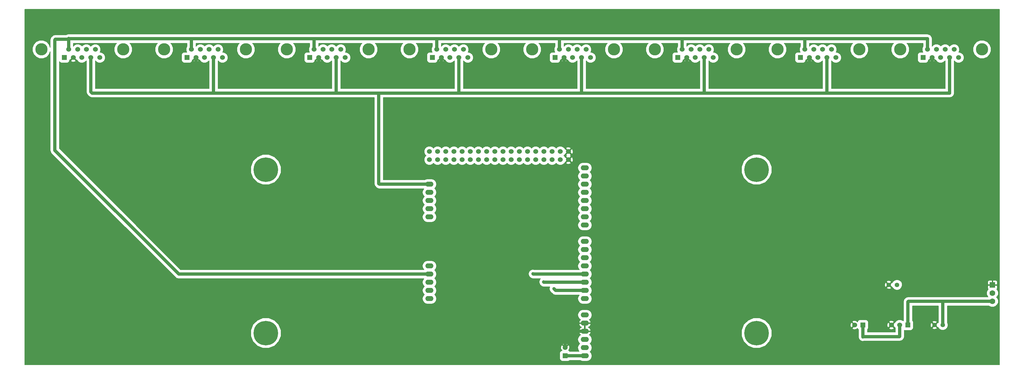
<source format=gtl>
G04 (created by PCBNEW (2013-07-07 BZR 4022)-stable) date 9/29/2015 10:07:16 AM*
%MOIN*%
G04 Gerber Fmt 3.4, Leading zero omitted, Abs format*
%FSLAX34Y34*%
G01*
G70*
G90*
G04 APERTURE LIST*
%ADD10C,0.00590551*%
%ADD11O,0.1X0.06*%
%ADD12C,0.06*%
%ADD13C,0.3*%
%ADD14C,0.07*%
%ADD15R,0.07X0.07*%
%ADD16R,0.06X0.06*%
%ADD17C,0.15*%
%ADD18C,0.055*%
%ADD19C,0.035*%
%ADD20C,0.04*%
%ADD21C,0.00787402*%
G04 APERTURE END LIST*
G54D10*
G54D11*
X72500Y-50000D03*
X72500Y-49000D03*
X72500Y-48000D03*
X72500Y-47000D03*
X72500Y-46000D03*
X91500Y-44000D03*
X91500Y-45000D03*
X91500Y-46000D03*
X91500Y-47000D03*
X91500Y-51000D03*
X91500Y-53000D03*
X91500Y-54000D03*
X91500Y-50000D03*
X91500Y-49000D03*
X91500Y-48000D03*
X91500Y-55000D03*
X91500Y-56000D03*
X91500Y-57000D03*
X91500Y-60000D03*
X91500Y-59000D03*
X91500Y-58000D03*
X91500Y-62000D03*
X91500Y-63000D03*
X91500Y-64000D03*
X91500Y-66000D03*
X91500Y-67000D03*
X72500Y-56000D03*
X72500Y-57000D03*
X72500Y-58000D03*
X72500Y-59000D03*
X72500Y-60000D03*
X91500Y-65000D03*
G54D12*
X73500Y-43000D03*
X73500Y-42000D03*
X74500Y-43000D03*
X74500Y-42000D03*
X75500Y-43000D03*
X75500Y-42000D03*
X76500Y-43000D03*
X76500Y-42000D03*
X72500Y-43000D03*
X72500Y-42000D03*
X77500Y-42000D03*
X77500Y-43000D03*
X78500Y-43000D03*
X78500Y-42000D03*
X79500Y-43000D03*
X79500Y-42000D03*
X80500Y-43000D03*
X80500Y-42000D03*
X81500Y-43000D03*
X81500Y-42000D03*
X82500Y-43000D03*
X82500Y-42000D03*
X83500Y-43000D03*
X83500Y-42000D03*
X84500Y-43000D03*
X84500Y-42000D03*
X85500Y-43000D03*
X85500Y-42000D03*
X86500Y-43000D03*
X86500Y-42000D03*
X87500Y-43000D03*
X87500Y-42000D03*
X88500Y-43000D03*
X88500Y-42000D03*
X89500Y-43000D03*
X89500Y-42000D03*
G54D13*
X52500Y-64210D03*
X112500Y-64210D03*
X112500Y-44210D03*
X52500Y-44210D03*
G54D14*
X141338Y-60330D03*
X141338Y-59330D03*
G54D15*
X141338Y-58330D03*
G54D16*
X125500Y-63228D03*
G54D12*
X124500Y-63228D03*
G54D16*
X89094Y-66996D03*
G54D12*
X89094Y-65996D03*
G54D17*
X35050Y-29500D03*
X25050Y-29500D03*
G54D16*
X27850Y-30500D03*
G54D12*
X28950Y-30500D03*
X30000Y-30500D03*
X31100Y-30500D03*
X32200Y-30500D03*
X28400Y-29500D03*
X29500Y-29500D03*
X30550Y-29500D03*
X31650Y-29500D03*
G54D17*
X95050Y-29500D03*
X85050Y-29500D03*
G54D16*
X87850Y-30500D03*
G54D12*
X88950Y-30500D03*
X90000Y-30500D03*
X91100Y-30500D03*
X92200Y-30500D03*
X88400Y-29500D03*
X89500Y-29500D03*
X90550Y-29500D03*
X91650Y-29500D03*
G54D17*
X50050Y-29500D03*
X40050Y-29500D03*
G54D16*
X42850Y-30500D03*
G54D12*
X43950Y-30500D03*
X45000Y-30500D03*
X46100Y-30500D03*
X47200Y-30500D03*
X43400Y-29500D03*
X44500Y-29500D03*
X45550Y-29500D03*
X46650Y-29500D03*
G54D17*
X110050Y-29500D03*
X100050Y-29500D03*
G54D16*
X102850Y-30500D03*
G54D12*
X103950Y-30500D03*
X105000Y-30500D03*
X106100Y-30500D03*
X107200Y-30500D03*
X103400Y-29500D03*
X104500Y-29500D03*
X105550Y-29500D03*
X106650Y-29500D03*
G54D17*
X65050Y-29500D03*
X55050Y-29500D03*
G54D16*
X57850Y-30500D03*
G54D12*
X58950Y-30500D03*
X60000Y-30500D03*
X61100Y-30500D03*
X62200Y-30500D03*
X58400Y-29500D03*
X59500Y-29500D03*
X60550Y-29500D03*
X61650Y-29500D03*
G54D17*
X125050Y-29500D03*
X115050Y-29500D03*
G54D16*
X117850Y-30500D03*
G54D12*
X118950Y-30500D03*
X120000Y-30500D03*
X121100Y-30500D03*
X122200Y-30500D03*
X118400Y-29500D03*
X119500Y-29500D03*
X120550Y-29500D03*
X121650Y-29500D03*
G54D17*
X80050Y-29500D03*
X70050Y-29500D03*
G54D16*
X72850Y-30500D03*
G54D12*
X73950Y-30500D03*
X75000Y-30500D03*
X76100Y-30500D03*
X77200Y-30500D03*
X73400Y-29500D03*
X74500Y-29500D03*
X75550Y-29500D03*
X76650Y-29500D03*
G54D17*
X140050Y-29500D03*
X130050Y-29500D03*
G54D16*
X132850Y-30500D03*
G54D12*
X133950Y-30500D03*
X135000Y-30500D03*
X136100Y-30500D03*
X137200Y-30500D03*
X133400Y-29500D03*
X134500Y-29500D03*
X135550Y-29500D03*
X136650Y-29500D03*
G54D18*
X134263Y-63228D03*
X135263Y-63228D03*
X129673Y-58307D03*
X128673Y-58307D03*
G54D16*
X131000Y-63228D03*
G54D12*
X130000Y-63228D03*
X129000Y-63228D03*
G54D19*
X127598Y-31929D03*
X112519Y-31929D03*
X97440Y-31929D03*
X82362Y-31968D03*
X67440Y-32007D03*
X52480Y-32047D03*
X38307Y-32086D03*
X87716Y-58779D03*
X86456Y-57952D03*
X85157Y-56968D03*
G54D20*
X125500Y-63228D02*
X125500Y-64673D01*
X130000Y-64606D02*
X130000Y-63228D01*
X129960Y-64645D02*
X130000Y-64606D01*
X125527Y-64645D02*
X129960Y-64645D01*
X125500Y-64673D02*
X125527Y-64645D01*
X135263Y-63228D02*
X135263Y-60330D01*
X135263Y-60330D02*
X135236Y-60330D01*
X141338Y-60330D02*
X135236Y-60330D01*
X135236Y-60330D02*
X131047Y-60330D01*
X131000Y-60377D02*
X131000Y-63228D01*
X131047Y-60330D02*
X131000Y-60377D01*
X58400Y-29500D02*
X58400Y-28188D01*
X58400Y-28188D02*
X58385Y-28188D01*
X28400Y-28267D02*
X26771Y-28267D01*
X41842Y-57000D02*
X72500Y-57000D01*
X26692Y-41850D02*
X41842Y-57000D01*
X26692Y-28346D02*
X26692Y-41850D01*
X26771Y-28267D02*
X26692Y-28346D01*
X118400Y-29500D02*
X118400Y-28188D01*
X118400Y-28188D02*
X118425Y-28188D01*
X103400Y-29500D02*
X103400Y-28188D01*
X103400Y-28188D02*
X103425Y-28188D01*
X88400Y-29500D02*
X88400Y-28188D01*
X88400Y-28188D02*
X88385Y-28188D01*
X73400Y-29500D02*
X73400Y-28188D01*
X73400Y-28188D02*
X73425Y-28188D01*
X43400Y-29500D02*
X43400Y-28188D01*
X43400Y-28188D02*
X43425Y-28188D01*
X28400Y-29500D02*
X28400Y-28267D01*
X28400Y-28267D02*
X28400Y-28163D01*
X133400Y-28203D02*
X133400Y-29500D01*
X133385Y-28188D02*
X133400Y-28203D01*
X28425Y-28188D02*
X43425Y-28188D01*
X43425Y-28188D02*
X57322Y-28188D01*
X57322Y-28188D02*
X58385Y-28188D01*
X58385Y-28188D02*
X73425Y-28188D01*
X73425Y-28188D02*
X88385Y-28188D01*
X88385Y-28188D02*
X103425Y-28188D01*
X103425Y-28188D02*
X118425Y-28188D01*
X118425Y-28188D02*
X133385Y-28188D01*
X28400Y-28163D02*
X28425Y-28188D01*
X133950Y-31955D02*
X133950Y-30500D01*
X133937Y-31968D02*
X133950Y-31955D01*
X127637Y-31968D02*
X133937Y-31968D01*
X127598Y-31929D02*
X127637Y-31968D01*
X118950Y-31876D02*
X118950Y-30500D01*
X118897Y-31929D02*
X118950Y-31876D01*
X112519Y-31929D02*
X118897Y-31929D01*
X103950Y-31955D02*
X103950Y-30500D01*
X103937Y-31968D02*
X103950Y-31955D01*
X97480Y-31968D02*
X103937Y-31968D01*
X97440Y-31929D02*
X97480Y-31968D01*
X88950Y-31942D02*
X88950Y-30500D01*
X88976Y-31968D02*
X88950Y-31942D01*
X82362Y-31968D02*
X88976Y-31968D01*
X73950Y-31981D02*
X73950Y-30500D01*
X73976Y-32007D02*
X73950Y-31981D01*
X67440Y-32007D02*
X73976Y-32007D01*
X58950Y-32020D02*
X58950Y-30500D01*
X58976Y-32047D02*
X58950Y-32020D01*
X52480Y-32047D02*
X58976Y-32047D01*
X43950Y-32060D02*
X43950Y-30500D01*
X43976Y-32086D02*
X43950Y-32060D01*
X38307Y-32086D02*
X43976Y-32086D01*
X89094Y-65996D02*
X89094Y-64055D01*
X89149Y-64000D02*
X91500Y-64000D01*
X89094Y-64055D02*
X89149Y-64000D01*
X89094Y-66996D02*
X91496Y-66996D01*
X91496Y-66996D02*
X91500Y-67000D01*
X72500Y-46000D02*
X66393Y-46000D01*
X66299Y-45905D02*
X66299Y-34842D01*
X66393Y-46000D02*
X66299Y-45905D01*
X121100Y-30500D02*
X121100Y-34842D01*
X106100Y-30500D02*
X106100Y-34842D01*
X91100Y-30500D02*
X91100Y-34842D01*
X91100Y-34842D02*
X91102Y-34842D01*
X76100Y-30500D02*
X76100Y-34842D01*
X61100Y-30500D02*
X61100Y-34842D01*
X61100Y-34842D02*
X61102Y-34842D01*
X46100Y-30500D02*
X46100Y-34842D01*
X31100Y-30500D02*
X31100Y-34687D01*
X136100Y-34840D02*
X136100Y-30500D01*
X136102Y-34842D02*
X136100Y-34840D01*
X31255Y-34842D02*
X46100Y-34842D01*
X46100Y-34842D02*
X61102Y-34842D01*
X61102Y-34842D02*
X66299Y-34842D01*
X66299Y-34842D02*
X76100Y-34842D01*
X76100Y-34842D02*
X91102Y-34842D01*
X91102Y-34842D02*
X106100Y-34842D01*
X106100Y-34842D02*
X121100Y-34842D01*
X121100Y-34842D02*
X136102Y-34842D01*
X31100Y-34687D02*
X31255Y-34842D01*
X87937Y-59000D02*
X91500Y-59000D01*
X87716Y-58779D02*
X87937Y-59000D01*
X86503Y-58000D02*
X91500Y-58000D01*
X86456Y-57952D02*
X86503Y-58000D01*
X85188Y-57000D02*
X91500Y-57000D01*
X85157Y-56968D02*
X85188Y-57000D01*
G54D10*
G36*
X45545Y-34288D02*
X44251Y-34288D01*
X44251Y-30886D01*
X43950Y-30585D01*
X43648Y-30886D01*
X43677Y-30977D01*
X43881Y-31045D01*
X44095Y-31030D01*
X44222Y-30977D01*
X44251Y-30886D01*
X44251Y-34288D01*
X31654Y-34288D01*
X31654Y-30879D01*
X31828Y-31054D01*
X32069Y-31154D01*
X32329Y-31154D01*
X32570Y-31055D01*
X32754Y-30871D01*
X32854Y-30630D01*
X32854Y-30370D01*
X32755Y-30129D01*
X32571Y-29945D01*
X32330Y-29845D01*
X32214Y-29845D01*
X32304Y-29630D01*
X32304Y-29370D01*
X32205Y-29129D01*
X32021Y-28945D01*
X31780Y-28845D01*
X31520Y-28845D01*
X31279Y-28944D01*
X31099Y-29124D01*
X30921Y-28945D01*
X30680Y-28845D01*
X30420Y-28845D01*
X30179Y-28944D01*
X30024Y-29099D01*
X29871Y-28945D01*
X29630Y-28845D01*
X29370Y-28845D01*
X29129Y-28944D01*
X28954Y-29120D01*
X28954Y-28743D01*
X34244Y-28743D01*
X34114Y-28873D01*
X33945Y-29279D01*
X33945Y-29718D01*
X34113Y-30124D01*
X34423Y-30435D01*
X34829Y-30604D01*
X35268Y-30604D01*
X35674Y-30436D01*
X35985Y-30126D01*
X36154Y-29720D01*
X36154Y-29281D01*
X35986Y-28875D01*
X35855Y-28743D01*
X39244Y-28743D01*
X39114Y-28873D01*
X38945Y-29279D01*
X38945Y-29718D01*
X39113Y-30124D01*
X39423Y-30435D01*
X39829Y-30604D01*
X40268Y-30604D01*
X40674Y-30436D01*
X40985Y-30126D01*
X41154Y-29720D01*
X41154Y-29281D01*
X40986Y-28875D01*
X40855Y-28743D01*
X42845Y-28743D01*
X42845Y-29128D01*
X42845Y-29128D01*
X42745Y-29369D01*
X42745Y-29629D01*
X42834Y-29845D01*
X42479Y-29845D01*
X42349Y-29899D01*
X42249Y-29999D01*
X42195Y-30129D01*
X42195Y-30270D01*
X42195Y-30870D01*
X42249Y-31000D01*
X42349Y-31100D01*
X42479Y-31154D01*
X42620Y-31154D01*
X43220Y-31154D01*
X43350Y-31100D01*
X43450Y-31000D01*
X43504Y-30870D01*
X43504Y-30782D01*
X43563Y-30801D01*
X43864Y-30500D01*
X43858Y-30494D01*
X43944Y-30408D01*
X43950Y-30414D01*
X43955Y-30408D01*
X44041Y-30494D01*
X44035Y-30500D01*
X44336Y-30801D01*
X44407Y-30778D01*
X44444Y-30870D01*
X44628Y-31054D01*
X44869Y-31154D01*
X45129Y-31154D01*
X45370Y-31055D01*
X45545Y-30879D01*
X45545Y-34288D01*
X45545Y-34288D01*
G37*
G54D21*
X45545Y-34288D02*
X44251Y-34288D01*
X44251Y-30886D01*
X43950Y-30585D01*
X43648Y-30886D01*
X43677Y-30977D01*
X43881Y-31045D01*
X44095Y-31030D01*
X44222Y-30977D01*
X44251Y-30886D01*
X44251Y-34288D01*
X31654Y-34288D01*
X31654Y-30879D01*
X31828Y-31054D01*
X32069Y-31154D01*
X32329Y-31154D01*
X32570Y-31055D01*
X32754Y-30871D01*
X32854Y-30630D01*
X32854Y-30370D01*
X32755Y-30129D01*
X32571Y-29945D01*
X32330Y-29845D01*
X32214Y-29845D01*
X32304Y-29630D01*
X32304Y-29370D01*
X32205Y-29129D01*
X32021Y-28945D01*
X31780Y-28845D01*
X31520Y-28845D01*
X31279Y-28944D01*
X31099Y-29124D01*
X30921Y-28945D01*
X30680Y-28845D01*
X30420Y-28845D01*
X30179Y-28944D01*
X30024Y-29099D01*
X29871Y-28945D01*
X29630Y-28845D01*
X29370Y-28845D01*
X29129Y-28944D01*
X28954Y-29120D01*
X28954Y-28743D01*
X34244Y-28743D01*
X34114Y-28873D01*
X33945Y-29279D01*
X33945Y-29718D01*
X34113Y-30124D01*
X34423Y-30435D01*
X34829Y-30604D01*
X35268Y-30604D01*
X35674Y-30436D01*
X35985Y-30126D01*
X36154Y-29720D01*
X36154Y-29281D01*
X35986Y-28875D01*
X35855Y-28743D01*
X39244Y-28743D01*
X39114Y-28873D01*
X38945Y-29279D01*
X38945Y-29718D01*
X39113Y-30124D01*
X39423Y-30435D01*
X39829Y-30604D01*
X40268Y-30604D01*
X40674Y-30436D01*
X40985Y-30126D01*
X41154Y-29720D01*
X41154Y-29281D01*
X40986Y-28875D01*
X40855Y-28743D01*
X42845Y-28743D01*
X42845Y-29128D01*
X42845Y-29128D01*
X42745Y-29369D01*
X42745Y-29629D01*
X42834Y-29845D01*
X42479Y-29845D01*
X42349Y-29899D01*
X42249Y-29999D01*
X42195Y-30129D01*
X42195Y-30270D01*
X42195Y-30870D01*
X42249Y-31000D01*
X42349Y-31100D01*
X42479Y-31154D01*
X42620Y-31154D01*
X43220Y-31154D01*
X43350Y-31100D01*
X43450Y-31000D01*
X43504Y-30870D01*
X43504Y-30782D01*
X43563Y-30801D01*
X43864Y-30500D01*
X43858Y-30494D01*
X43944Y-30408D01*
X43950Y-30414D01*
X43955Y-30408D01*
X44041Y-30494D01*
X44035Y-30500D01*
X44336Y-30801D01*
X44407Y-30778D01*
X44444Y-30870D01*
X44628Y-31054D01*
X44869Y-31154D01*
X45129Y-31154D01*
X45370Y-31055D01*
X45545Y-30879D01*
X45545Y-34288D01*
G54D10*
G36*
X60545Y-34288D02*
X59251Y-34288D01*
X59251Y-30886D01*
X58950Y-30585D01*
X58648Y-30886D01*
X58677Y-30977D01*
X58881Y-31045D01*
X59095Y-31030D01*
X59222Y-30977D01*
X59251Y-30886D01*
X59251Y-34288D01*
X46654Y-34288D01*
X46654Y-30879D01*
X46828Y-31054D01*
X47069Y-31154D01*
X47329Y-31154D01*
X47570Y-31055D01*
X47754Y-30871D01*
X47854Y-30630D01*
X47854Y-30370D01*
X47755Y-30129D01*
X47571Y-29945D01*
X47330Y-29845D01*
X47214Y-29845D01*
X47304Y-29630D01*
X47304Y-29370D01*
X47205Y-29129D01*
X47021Y-28945D01*
X46780Y-28845D01*
X46520Y-28845D01*
X46279Y-28944D01*
X46099Y-29124D01*
X45921Y-28945D01*
X45680Y-28845D01*
X45420Y-28845D01*
X45179Y-28944D01*
X45024Y-29099D01*
X44871Y-28945D01*
X44630Y-28845D01*
X44370Y-28845D01*
X44129Y-28944D01*
X43954Y-29120D01*
X43954Y-28743D01*
X49244Y-28743D01*
X49114Y-28873D01*
X48945Y-29279D01*
X48945Y-29718D01*
X49113Y-30124D01*
X49423Y-30435D01*
X49829Y-30604D01*
X50268Y-30604D01*
X50674Y-30436D01*
X50985Y-30126D01*
X51154Y-29720D01*
X51154Y-29281D01*
X50986Y-28875D01*
X50855Y-28743D01*
X54244Y-28743D01*
X54114Y-28873D01*
X53945Y-29279D01*
X53945Y-29718D01*
X54113Y-30124D01*
X54423Y-30435D01*
X54829Y-30604D01*
X55268Y-30604D01*
X55674Y-30436D01*
X55985Y-30126D01*
X56154Y-29720D01*
X56154Y-29281D01*
X55986Y-28875D01*
X55855Y-28743D01*
X57322Y-28743D01*
X57845Y-28743D01*
X57845Y-29128D01*
X57845Y-29128D01*
X57745Y-29369D01*
X57745Y-29629D01*
X57834Y-29845D01*
X57479Y-29845D01*
X57349Y-29899D01*
X57249Y-29999D01*
X57195Y-30129D01*
X57195Y-30270D01*
X57195Y-30870D01*
X57249Y-31000D01*
X57349Y-31100D01*
X57479Y-31154D01*
X57620Y-31154D01*
X58220Y-31154D01*
X58350Y-31100D01*
X58450Y-31000D01*
X58504Y-30870D01*
X58504Y-30782D01*
X58563Y-30801D01*
X58864Y-30500D01*
X58858Y-30494D01*
X58944Y-30408D01*
X58950Y-30414D01*
X58955Y-30408D01*
X59041Y-30494D01*
X59035Y-30500D01*
X59336Y-30801D01*
X59407Y-30778D01*
X59444Y-30870D01*
X59628Y-31054D01*
X59869Y-31154D01*
X60129Y-31154D01*
X60370Y-31055D01*
X60545Y-30879D01*
X60545Y-34288D01*
X60545Y-34288D01*
G37*
G54D21*
X60545Y-34288D02*
X59251Y-34288D01*
X59251Y-30886D01*
X58950Y-30585D01*
X58648Y-30886D01*
X58677Y-30977D01*
X58881Y-31045D01*
X59095Y-31030D01*
X59222Y-30977D01*
X59251Y-30886D01*
X59251Y-34288D01*
X46654Y-34288D01*
X46654Y-30879D01*
X46828Y-31054D01*
X47069Y-31154D01*
X47329Y-31154D01*
X47570Y-31055D01*
X47754Y-30871D01*
X47854Y-30630D01*
X47854Y-30370D01*
X47755Y-30129D01*
X47571Y-29945D01*
X47330Y-29845D01*
X47214Y-29845D01*
X47304Y-29630D01*
X47304Y-29370D01*
X47205Y-29129D01*
X47021Y-28945D01*
X46780Y-28845D01*
X46520Y-28845D01*
X46279Y-28944D01*
X46099Y-29124D01*
X45921Y-28945D01*
X45680Y-28845D01*
X45420Y-28845D01*
X45179Y-28944D01*
X45024Y-29099D01*
X44871Y-28945D01*
X44630Y-28845D01*
X44370Y-28845D01*
X44129Y-28944D01*
X43954Y-29120D01*
X43954Y-28743D01*
X49244Y-28743D01*
X49114Y-28873D01*
X48945Y-29279D01*
X48945Y-29718D01*
X49113Y-30124D01*
X49423Y-30435D01*
X49829Y-30604D01*
X50268Y-30604D01*
X50674Y-30436D01*
X50985Y-30126D01*
X51154Y-29720D01*
X51154Y-29281D01*
X50986Y-28875D01*
X50855Y-28743D01*
X54244Y-28743D01*
X54114Y-28873D01*
X53945Y-29279D01*
X53945Y-29718D01*
X54113Y-30124D01*
X54423Y-30435D01*
X54829Y-30604D01*
X55268Y-30604D01*
X55674Y-30436D01*
X55985Y-30126D01*
X56154Y-29720D01*
X56154Y-29281D01*
X55986Y-28875D01*
X55855Y-28743D01*
X57322Y-28743D01*
X57845Y-28743D01*
X57845Y-29128D01*
X57845Y-29128D01*
X57745Y-29369D01*
X57745Y-29629D01*
X57834Y-29845D01*
X57479Y-29845D01*
X57349Y-29899D01*
X57249Y-29999D01*
X57195Y-30129D01*
X57195Y-30270D01*
X57195Y-30870D01*
X57249Y-31000D01*
X57349Y-31100D01*
X57479Y-31154D01*
X57620Y-31154D01*
X58220Y-31154D01*
X58350Y-31100D01*
X58450Y-31000D01*
X58504Y-30870D01*
X58504Y-30782D01*
X58563Y-30801D01*
X58864Y-30500D01*
X58858Y-30494D01*
X58944Y-30408D01*
X58950Y-30414D01*
X58955Y-30408D01*
X59041Y-30494D01*
X59035Y-30500D01*
X59336Y-30801D01*
X59407Y-30778D01*
X59444Y-30870D01*
X59628Y-31054D01*
X59869Y-31154D01*
X60129Y-31154D01*
X60370Y-31055D01*
X60545Y-30879D01*
X60545Y-34288D01*
G54D10*
G36*
X75545Y-34288D02*
X74251Y-34288D01*
X74251Y-30886D01*
X73950Y-30585D01*
X73648Y-30886D01*
X73677Y-30977D01*
X73881Y-31045D01*
X74095Y-31030D01*
X74222Y-30977D01*
X74251Y-30886D01*
X74251Y-34288D01*
X66299Y-34288D01*
X61654Y-34288D01*
X61654Y-30879D01*
X61828Y-31054D01*
X62069Y-31154D01*
X62329Y-31154D01*
X62570Y-31055D01*
X62754Y-30871D01*
X62854Y-30630D01*
X62854Y-30370D01*
X62755Y-30129D01*
X62571Y-29945D01*
X62330Y-29845D01*
X62214Y-29845D01*
X62304Y-29630D01*
X62304Y-29370D01*
X62205Y-29129D01*
X62021Y-28945D01*
X61780Y-28845D01*
X61520Y-28845D01*
X61279Y-28944D01*
X61099Y-29124D01*
X60921Y-28945D01*
X60680Y-28845D01*
X60420Y-28845D01*
X60179Y-28944D01*
X60024Y-29099D01*
X59871Y-28945D01*
X59630Y-28845D01*
X59370Y-28845D01*
X59129Y-28944D01*
X58954Y-29120D01*
X58954Y-28743D01*
X64244Y-28743D01*
X64114Y-28873D01*
X63945Y-29279D01*
X63945Y-29718D01*
X64113Y-30124D01*
X64423Y-30435D01*
X64829Y-30604D01*
X65268Y-30604D01*
X65674Y-30436D01*
X65985Y-30126D01*
X66154Y-29720D01*
X66154Y-29281D01*
X65986Y-28875D01*
X65855Y-28743D01*
X69244Y-28743D01*
X69114Y-28873D01*
X68945Y-29279D01*
X68945Y-29718D01*
X69113Y-30124D01*
X69423Y-30435D01*
X69829Y-30604D01*
X70268Y-30604D01*
X70674Y-30436D01*
X70985Y-30126D01*
X71154Y-29720D01*
X71154Y-29281D01*
X70986Y-28875D01*
X70855Y-28743D01*
X72845Y-28743D01*
X72845Y-29128D01*
X72845Y-29128D01*
X72745Y-29369D01*
X72745Y-29629D01*
X72834Y-29845D01*
X72479Y-29845D01*
X72349Y-29899D01*
X72249Y-29999D01*
X72195Y-30129D01*
X72195Y-30270D01*
X72195Y-30870D01*
X72249Y-31000D01*
X72349Y-31100D01*
X72479Y-31154D01*
X72620Y-31154D01*
X73220Y-31154D01*
X73350Y-31100D01*
X73450Y-31000D01*
X73504Y-30870D01*
X73504Y-30782D01*
X73563Y-30801D01*
X73864Y-30500D01*
X73858Y-30494D01*
X73944Y-30408D01*
X73950Y-30414D01*
X73955Y-30408D01*
X74041Y-30494D01*
X74035Y-30500D01*
X74336Y-30801D01*
X74407Y-30778D01*
X74444Y-30870D01*
X74628Y-31054D01*
X74869Y-31154D01*
X75129Y-31154D01*
X75370Y-31055D01*
X75545Y-30879D01*
X75545Y-34288D01*
X75545Y-34288D01*
G37*
G54D21*
X75545Y-34288D02*
X74251Y-34288D01*
X74251Y-30886D01*
X73950Y-30585D01*
X73648Y-30886D01*
X73677Y-30977D01*
X73881Y-31045D01*
X74095Y-31030D01*
X74222Y-30977D01*
X74251Y-30886D01*
X74251Y-34288D01*
X66299Y-34288D01*
X61654Y-34288D01*
X61654Y-30879D01*
X61828Y-31054D01*
X62069Y-31154D01*
X62329Y-31154D01*
X62570Y-31055D01*
X62754Y-30871D01*
X62854Y-30630D01*
X62854Y-30370D01*
X62755Y-30129D01*
X62571Y-29945D01*
X62330Y-29845D01*
X62214Y-29845D01*
X62304Y-29630D01*
X62304Y-29370D01*
X62205Y-29129D01*
X62021Y-28945D01*
X61780Y-28845D01*
X61520Y-28845D01*
X61279Y-28944D01*
X61099Y-29124D01*
X60921Y-28945D01*
X60680Y-28845D01*
X60420Y-28845D01*
X60179Y-28944D01*
X60024Y-29099D01*
X59871Y-28945D01*
X59630Y-28845D01*
X59370Y-28845D01*
X59129Y-28944D01*
X58954Y-29120D01*
X58954Y-28743D01*
X64244Y-28743D01*
X64114Y-28873D01*
X63945Y-29279D01*
X63945Y-29718D01*
X64113Y-30124D01*
X64423Y-30435D01*
X64829Y-30604D01*
X65268Y-30604D01*
X65674Y-30436D01*
X65985Y-30126D01*
X66154Y-29720D01*
X66154Y-29281D01*
X65986Y-28875D01*
X65855Y-28743D01*
X69244Y-28743D01*
X69114Y-28873D01*
X68945Y-29279D01*
X68945Y-29718D01*
X69113Y-30124D01*
X69423Y-30435D01*
X69829Y-30604D01*
X70268Y-30604D01*
X70674Y-30436D01*
X70985Y-30126D01*
X71154Y-29720D01*
X71154Y-29281D01*
X70986Y-28875D01*
X70855Y-28743D01*
X72845Y-28743D01*
X72845Y-29128D01*
X72845Y-29128D01*
X72745Y-29369D01*
X72745Y-29629D01*
X72834Y-29845D01*
X72479Y-29845D01*
X72349Y-29899D01*
X72249Y-29999D01*
X72195Y-30129D01*
X72195Y-30270D01*
X72195Y-30870D01*
X72249Y-31000D01*
X72349Y-31100D01*
X72479Y-31154D01*
X72620Y-31154D01*
X73220Y-31154D01*
X73350Y-31100D01*
X73450Y-31000D01*
X73504Y-30870D01*
X73504Y-30782D01*
X73563Y-30801D01*
X73864Y-30500D01*
X73858Y-30494D01*
X73944Y-30408D01*
X73950Y-30414D01*
X73955Y-30408D01*
X74041Y-30494D01*
X74035Y-30500D01*
X74336Y-30801D01*
X74407Y-30778D01*
X74444Y-30870D01*
X74628Y-31054D01*
X74869Y-31154D01*
X75129Y-31154D01*
X75370Y-31055D01*
X75545Y-30879D01*
X75545Y-34288D01*
G54D10*
G36*
X90545Y-34288D02*
X89251Y-34288D01*
X89251Y-30886D01*
X88950Y-30585D01*
X88648Y-30886D01*
X88677Y-30977D01*
X88881Y-31045D01*
X89095Y-31030D01*
X89222Y-30977D01*
X89251Y-30886D01*
X89251Y-34288D01*
X76654Y-34288D01*
X76654Y-30879D01*
X76828Y-31054D01*
X77069Y-31154D01*
X77329Y-31154D01*
X77570Y-31055D01*
X77754Y-30871D01*
X77854Y-30630D01*
X77854Y-30370D01*
X77755Y-30129D01*
X77571Y-29945D01*
X77330Y-29845D01*
X77214Y-29845D01*
X77304Y-29630D01*
X77304Y-29370D01*
X77205Y-29129D01*
X77021Y-28945D01*
X76780Y-28845D01*
X76520Y-28845D01*
X76279Y-28944D01*
X76099Y-29124D01*
X75921Y-28945D01*
X75680Y-28845D01*
X75420Y-28845D01*
X75179Y-28944D01*
X75024Y-29099D01*
X74871Y-28945D01*
X74630Y-28845D01*
X74370Y-28845D01*
X74129Y-28944D01*
X73954Y-29120D01*
X73954Y-28743D01*
X79244Y-28743D01*
X79114Y-28873D01*
X78945Y-29279D01*
X78945Y-29718D01*
X79113Y-30124D01*
X79423Y-30435D01*
X79829Y-30604D01*
X80268Y-30604D01*
X80674Y-30436D01*
X80985Y-30126D01*
X81154Y-29720D01*
X81154Y-29281D01*
X80986Y-28875D01*
X80855Y-28743D01*
X84244Y-28743D01*
X84114Y-28873D01*
X83945Y-29279D01*
X83945Y-29718D01*
X84113Y-30124D01*
X84423Y-30435D01*
X84829Y-30604D01*
X85268Y-30604D01*
X85674Y-30436D01*
X85985Y-30126D01*
X86154Y-29720D01*
X86154Y-29281D01*
X85986Y-28875D01*
X85855Y-28743D01*
X87845Y-28743D01*
X87845Y-29128D01*
X87845Y-29128D01*
X87745Y-29369D01*
X87745Y-29629D01*
X87834Y-29845D01*
X87479Y-29845D01*
X87349Y-29899D01*
X87249Y-29999D01*
X87195Y-30129D01*
X87195Y-30270D01*
X87195Y-30870D01*
X87249Y-31000D01*
X87349Y-31100D01*
X87479Y-31154D01*
X87620Y-31154D01*
X88220Y-31154D01*
X88350Y-31100D01*
X88450Y-31000D01*
X88504Y-30870D01*
X88504Y-30782D01*
X88563Y-30801D01*
X88864Y-30500D01*
X88858Y-30494D01*
X88944Y-30408D01*
X88950Y-30414D01*
X88955Y-30408D01*
X89041Y-30494D01*
X89035Y-30500D01*
X89336Y-30801D01*
X89407Y-30778D01*
X89444Y-30870D01*
X89628Y-31054D01*
X89869Y-31154D01*
X90129Y-31154D01*
X90370Y-31055D01*
X90545Y-30879D01*
X90545Y-34288D01*
X90545Y-34288D01*
G37*
G54D21*
X90545Y-34288D02*
X89251Y-34288D01*
X89251Y-30886D01*
X88950Y-30585D01*
X88648Y-30886D01*
X88677Y-30977D01*
X88881Y-31045D01*
X89095Y-31030D01*
X89222Y-30977D01*
X89251Y-30886D01*
X89251Y-34288D01*
X76654Y-34288D01*
X76654Y-30879D01*
X76828Y-31054D01*
X77069Y-31154D01*
X77329Y-31154D01*
X77570Y-31055D01*
X77754Y-30871D01*
X77854Y-30630D01*
X77854Y-30370D01*
X77755Y-30129D01*
X77571Y-29945D01*
X77330Y-29845D01*
X77214Y-29845D01*
X77304Y-29630D01*
X77304Y-29370D01*
X77205Y-29129D01*
X77021Y-28945D01*
X76780Y-28845D01*
X76520Y-28845D01*
X76279Y-28944D01*
X76099Y-29124D01*
X75921Y-28945D01*
X75680Y-28845D01*
X75420Y-28845D01*
X75179Y-28944D01*
X75024Y-29099D01*
X74871Y-28945D01*
X74630Y-28845D01*
X74370Y-28845D01*
X74129Y-28944D01*
X73954Y-29120D01*
X73954Y-28743D01*
X79244Y-28743D01*
X79114Y-28873D01*
X78945Y-29279D01*
X78945Y-29718D01*
X79113Y-30124D01*
X79423Y-30435D01*
X79829Y-30604D01*
X80268Y-30604D01*
X80674Y-30436D01*
X80985Y-30126D01*
X81154Y-29720D01*
X81154Y-29281D01*
X80986Y-28875D01*
X80855Y-28743D01*
X84244Y-28743D01*
X84114Y-28873D01*
X83945Y-29279D01*
X83945Y-29718D01*
X84113Y-30124D01*
X84423Y-30435D01*
X84829Y-30604D01*
X85268Y-30604D01*
X85674Y-30436D01*
X85985Y-30126D01*
X86154Y-29720D01*
X86154Y-29281D01*
X85986Y-28875D01*
X85855Y-28743D01*
X87845Y-28743D01*
X87845Y-29128D01*
X87845Y-29128D01*
X87745Y-29369D01*
X87745Y-29629D01*
X87834Y-29845D01*
X87479Y-29845D01*
X87349Y-29899D01*
X87249Y-29999D01*
X87195Y-30129D01*
X87195Y-30270D01*
X87195Y-30870D01*
X87249Y-31000D01*
X87349Y-31100D01*
X87479Y-31154D01*
X87620Y-31154D01*
X88220Y-31154D01*
X88350Y-31100D01*
X88450Y-31000D01*
X88504Y-30870D01*
X88504Y-30782D01*
X88563Y-30801D01*
X88864Y-30500D01*
X88858Y-30494D01*
X88944Y-30408D01*
X88950Y-30414D01*
X88955Y-30408D01*
X89041Y-30494D01*
X89035Y-30500D01*
X89336Y-30801D01*
X89407Y-30778D01*
X89444Y-30870D01*
X89628Y-31054D01*
X89869Y-31154D01*
X90129Y-31154D01*
X90370Y-31055D01*
X90545Y-30879D01*
X90545Y-34288D01*
G54D10*
G36*
X105545Y-34288D02*
X104251Y-34288D01*
X104251Y-30886D01*
X103950Y-30585D01*
X103648Y-30886D01*
X103677Y-30977D01*
X103881Y-31045D01*
X104095Y-31030D01*
X104222Y-30977D01*
X104251Y-30886D01*
X104251Y-34288D01*
X91654Y-34288D01*
X91654Y-30879D01*
X91828Y-31054D01*
X92069Y-31154D01*
X92329Y-31154D01*
X92570Y-31055D01*
X92754Y-30871D01*
X92854Y-30630D01*
X92854Y-30370D01*
X92755Y-30129D01*
X92571Y-29945D01*
X92330Y-29845D01*
X92214Y-29845D01*
X92304Y-29630D01*
X92304Y-29370D01*
X92205Y-29129D01*
X92021Y-28945D01*
X91780Y-28845D01*
X91520Y-28845D01*
X91279Y-28944D01*
X91099Y-29124D01*
X90921Y-28945D01*
X90680Y-28845D01*
X90420Y-28845D01*
X90179Y-28944D01*
X90024Y-29099D01*
X89871Y-28945D01*
X89630Y-28845D01*
X89370Y-28845D01*
X89129Y-28944D01*
X88954Y-29120D01*
X88954Y-28743D01*
X94244Y-28743D01*
X94114Y-28873D01*
X93945Y-29279D01*
X93945Y-29718D01*
X94113Y-30124D01*
X94423Y-30435D01*
X94829Y-30604D01*
X95268Y-30604D01*
X95674Y-30436D01*
X95985Y-30126D01*
X96154Y-29720D01*
X96154Y-29281D01*
X95986Y-28875D01*
X95855Y-28743D01*
X99244Y-28743D01*
X99114Y-28873D01*
X98945Y-29279D01*
X98945Y-29718D01*
X99113Y-30124D01*
X99423Y-30435D01*
X99829Y-30604D01*
X100268Y-30604D01*
X100674Y-30436D01*
X100985Y-30126D01*
X101154Y-29720D01*
X101154Y-29281D01*
X100986Y-28875D01*
X100855Y-28743D01*
X102845Y-28743D01*
X102845Y-29128D01*
X102845Y-29128D01*
X102745Y-29369D01*
X102745Y-29629D01*
X102834Y-29845D01*
X102479Y-29845D01*
X102349Y-29899D01*
X102249Y-29999D01*
X102195Y-30129D01*
X102195Y-30270D01*
X102195Y-30870D01*
X102249Y-31000D01*
X102349Y-31100D01*
X102479Y-31154D01*
X102620Y-31154D01*
X103220Y-31154D01*
X103350Y-31100D01*
X103450Y-31000D01*
X103504Y-30870D01*
X103504Y-30782D01*
X103563Y-30801D01*
X103864Y-30500D01*
X103858Y-30494D01*
X103944Y-30408D01*
X103950Y-30414D01*
X103955Y-30408D01*
X104041Y-30494D01*
X104035Y-30500D01*
X104336Y-30801D01*
X104407Y-30778D01*
X104444Y-30870D01*
X104628Y-31054D01*
X104869Y-31154D01*
X105129Y-31154D01*
X105370Y-31055D01*
X105545Y-30879D01*
X105545Y-34288D01*
X105545Y-34288D01*
G37*
G54D21*
X105545Y-34288D02*
X104251Y-34288D01*
X104251Y-30886D01*
X103950Y-30585D01*
X103648Y-30886D01*
X103677Y-30977D01*
X103881Y-31045D01*
X104095Y-31030D01*
X104222Y-30977D01*
X104251Y-30886D01*
X104251Y-34288D01*
X91654Y-34288D01*
X91654Y-30879D01*
X91828Y-31054D01*
X92069Y-31154D01*
X92329Y-31154D01*
X92570Y-31055D01*
X92754Y-30871D01*
X92854Y-30630D01*
X92854Y-30370D01*
X92755Y-30129D01*
X92571Y-29945D01*
X92330Y-29845D01*
X92214Y-29845D01*
X92304Y-29630D01*
X92304Y-29370D01*
X92205Y-29129D01*
X92021Y-28945D01*
X91780Y-28845D01*
X91520Y-28845D01*
X91279Y-28944D01*
X91099Y-29124D01*
X90921Y-28945D01*
X90680Y-28845D01*
X90420Y-28845D01*
X90179Y-28944D01*
X90024Y-29099D01*
X89871Y-28945D01*
X89630Y-28845D01*
X89370Y-28845D01*
X89129Y-28944D01*
X88954Y-29120D01*
X88954Y-28743D01*
X94244Y-28743D01*
X94114Y-28873D01*
X93945Y-29279D01*
X93945Y-29718D01*
X94113Y-30124D01*
X94423Y-30435D01*
X94829Y-30604D01*
X95268Y-30604D01*
X95674Y-30436D01*
X95985Y-30126D01*
X96154Y-29720D01*
X96154Y-29281D01*
X95986Y-28875D01*
X95855Y-28743D01*
X99244Y-28743D01*
X99114Y-28873D01*
X98945Y-29279D01*
X98945Y-29718D01*
X99113Y-30124D01*
X99423Y-30435D01*
X99829Y-30604D01*
X100268Y-30604D01*
X100674Y-30436D01*
X100985Y-30126D01*
X101154Y-29720D01*
X101154Y-29281D01*
X100986Y-28875D01*
X100855Y-28743D01*
X102845Y-28743D01*
X102845Y-29128D01*
X102845Y-29128D01*
X102745Y-29369D01*
X102745Y-29629D01*
X102834Y-29845D01*
X102479Y-29845D01*
X102349Y-29899D01*
X102249Y-29999D01*
X102195Y-30129D01*
X102195Y-30270D01*
X102195Y-30870D01*
X102249Y-31000D01*
X102349Y-31100D01*
X102479Y-31154D01*
X102620Y-31154D01*
X103220Y-31154D01*
X103350Y-31100D01*
X103450Y-31000D01*
X103504Y-30870D01*
X103504Y-30782D01*
X103563Y-30801D01*
X103864Y-30500D01*
X103858Y-30494D01*
X103944Y-30408D01*
X103950Y-30414D01*
X103955Y-30408D01*
X104041Y-30494D01*
X104035Y-30500D01*
X104336Y-30801D01*
X104407Y-30778D01*
X104444Y-30870D01*
X104628Y-31054D01*
X104869Y-31154D01*
X105129Y-31154D01*
X105370Y-31055D01*
X105545Y-30879D01*
X105545Y-34288D01*
G54D10*
G36*
X120545Y-34288D02*
X119251Y-34288D01*
X119251Y-30886D01*
X118950Y-30585D01*
X118648Y-30886D01*
X118677Y-30977D01*
X118881Y-31045D01*
X119095Y-31030D01*
X119222Y-30977D01*
X119251Y-30886D01*
X119251Y-34288D01*
X106654Y-34288D01*
X106654Y-30879D01*
X106828Y-31054D01*
X107069Y-31154D01*
X107329Y-31154D01*
X107570Y-31055D01*
X107754Y-30871D01*
X107854Y-30630D01*
X107854Y-30370D01*
X107755Y-30129D01*
X107571Y-29945D01*
X107330Y-29845D01*
X107214Y-29845D01*
X107304Y-29630D01*
X107304Y-29370D01*
X107205Y-29129D01*
X107021Y-28945D01*
X106780Y-28845D01*
X106520Y-28845D01*
X106279Y-28944D01*
X106099Y-29124D01*
X105921Y-28945D01*
X105680Y-28845D01*
X105420Y-28845D01*
X105179Y-28944D01*
X105024Y-29099D01*
X104871Y-28945D01*
X104630Y-28845D01*
X104370Y-28845D01*
X104129Y-28944D01*
X103954Y-29120D01*
X103954Y-28743D01*
X109244Y-28743D01*
X109114Y-28873D01*
X108945Y-29279D01*
X108945Y-29718D01*
X109113Y-30124D01*
X109423Y-30435D01*
X109829Y-30604D01*
X110268Y-30604D01*
X110674Y-30436D01*
X110985Y-30126D01*
X111154Y-29720D01*
X111154Y-29281D01*
X110986Y-28875D01*
X110855Y-28743D01*
X114244Y-28743D01*
X114114Y-28873D01*
X113945Y-29279D01*
X113945Y-29718D01*
X114113Y-30124D01*
X114423Y-30435D01*
X114829Y-30604D01*
X115268Y-30604D01*
X115674Y-30436D01*
X115985Y-30126D01*
X116154Y-29720D01*
X116154Y-29281D01*
X115986Y-28875D01*
X115855Y-28743D01*
X117845Y-28743D01*
X117845Y-29128D01*
X117845Y-29128D01*
X117745Y-29369D01*
X117745Y-29629D01*
X117834Y-29845D01*
X117479Y-29845D01*
X117349Y-29899D01*
X117249Y-29999D01*
X117195Y-30129D01*
X117195Y-30270D01*
X117195Y-30870D01*
X117249Y-31000D01*
X117349Y-31100D01*
X117479Y-31154D01*
X117620Y-31154D01*
X118220Y-31154D01*
X118350Y-31100D01*
X118450Y-31000D01*
X118504Y-30870D01*
X118504Y-30782D01*
X118563Y-30801D01*
X118864Y-30500D01*
X118858Y-30494D01*
X118944Y-30408D01*
X118950Y-30414D01*
X118955Y-30408D01*
X119041Y-30494D01*
X119035Y-30500D01*
X119336Y-30801D01*
X119407Y-30778D01*
X119444Y-30870D01*
X119628Y-31054D01*
X119869Y-31154D01*
X120129Y-31154D01*
X120370Y-31055D01*
X120545Y-30879D01*
X120545Y-34288D01*
X120545Y-34288D01*
G37*
G54D21*
X120545Y-34288D02*
X119251Y-34288D01*
X119251Y-30886D01*
X118950Y-30585D01*
X118648Y-30886D01*
X118677Y-30977D01*
X118881Y-31045D01*
X119095Y-31030D01*
X119222Y-30977D01*
X119251Y-30886D01*
X119251Y-34288D01*
X106654Y-34288D01*
X106654Y-30879D01*
X106828Y-31054D01*
X107069Y-31154D01*
X107329Y-31154D01*
X107570Y-31055D01*
X107754Y-30871D01*
X107854Y-30630D01*
X107854Y-30370D01*
X107755Y-30129D01*
X107571Y-29945D01*
X107330Y-29845D01*
X107214Y-29845D01*
X107304Y-29630D01*
X107304Y-29370D01*
X107205Y-29129D01*
X107021Y-28945D01*
X106780Y-28845D01*
X106520Y-28845D01*
X106279Y-28944D01*
X106099Y-29124D01*
X105921Y-28945D01*
X105680Y-28845D01*
X105420Y-28845D01*
X105179Y-28944D01*
X105024Y-29099D01*
X104871Y-28945D01*
X104630Y-28845D01*
X104370Y-28845D01*
X104129Y-28944D01*
X103954Y-29120D01*
X103954Y-28743D01*
X109244Y-28743D01*
X109114Y-28873D01*
X108945Y-29279D01*
X108945Y-29718D01*
X109113Y-30124D01*
X109423Y-30435D01*
X109829Y-30604D01*
X110268Y-30604D01*
X110674Y-30436D01*
X110985Y-30126D01*
X111154Y-29720D01*
X111154Y-29281D01*
X110986Y-28875D01*
X110855Y-28743D01*
X114244Y-28743D01*
X114114Y-28873D01*
X113945Y-29279D01*
X113945Y-29718D01*
X114113Y-30124D01*
X114423Y-30435D01*
X114829Y-30604D01*
X115268Y-30604D01*
X115674Y-30436D01*
X115985Y-30126D01*
X116154Y-29720D01*
X116154Y-29281D01*
X115986Y-28875D01*
X115855Y-28743D01*
X117845Y-28743D01*
X117845Y-29128D01*
X117845Y-29128D01*
X117745Y-29369D01*
X117745Y-29629D01*
X117834Y-29845D01*
X117479Y-29845D01*
X117349Y-29899D01*
X117249Y-29999D01*
X117195Y-30129D01*
X117195Y-30270D01*
X117195Y-30870D01*
X117249Y-31000D01*
X117349Y-31100D01*
X117479Y-31154D01*
X117620Y-31154D01*
X118220Y-31154D01*
X118350Y-31100D01*
X118450Y-31000D01*
X118504Y-30870D01*
X118504Y-30782D01*
X118563Y-30801D01*
X118864Y-30500D01*
X118858Y-30494D01*
X118944Y-30408D01*
X118950Y-30414D01*
X118955Y-30408D01*
X119041Y-30494D01*
X119035Y-30500D01*
X119336Y-30801D01*
X119407Y-30778D01*
X119444Y-30870D01*
X119628Y-31054D01*
X119869Y-31154D01*
X120129Y-31154D01*
X120370Y-31055D01*
X120545Y-30879D01*
X120545Y-34288D01*
G54D10*
G36*
X135545Y-34288D02*
X134251Y-34288D01*
X134251Y-30886D01*
X133950Y-30585D01*
X133648Y-30886D01*
X133677Y-30977D01*
X133881Y-31045D01*
X134095Y-31030D01*
X134222Y-30977D01*
X134251Y-30886D01*
X134251Y-34288D01*
X121654Y-34288D01*
X121654Y-30879D01*
X121828Y-31054D01*
X122069Y-31154D01*
X122329Y-31154D01*
X122570Y-31055D01*
X122754Y-30871D01*
X122854Y-30630D01*
X122854Y-30370D01*
X122755Y-30129D01*
X122571Y-29945D01*
X122330Y-29845D01*
X122214Y-29845D01*
X122304Y-29630D01*
X122304Y-29370D01*
X122205Y-29129D01*
X122021Y-28945D01*
X121780Y-28845D01*
X121520Y-28845D01*
X121279Y-28944D01*
X121099Y-29124D01*
X120921Y-28945D01*
X120680Y-28845D01*
X120420Y-28845D01*
X120179Y-28944D01*
X120024Y-29099D01*
X119871Y-28945D01*
X119630Y-28845D01*
X119370Y-28845D01*
X119129Y-28944D01*
X118954Y-29120D01*
X118954Y-28743D01*
X124244Y-28743D01*
X124114Y-28873D01*
X123945Y-29279D01*
X123945Y-29718D01*
X124113Y-30124D01*
X124423Y-30435D01*
X124829Y-30604D01*
X125268Y-30604D01*
X125674Y-30436D01*
X125985Y-30126D01*
X126154Y-29720D01*
X126154Y-29281D01*
X125986Y-28875D01*
X125855Y-28743D01*
X129244Y-28743D01*
X129114Y-28873D01*
X128945Y-29279D01*
X128945Y-29718D01*
X129113Y-30124D01*
X129423Y-30435D01*
X129829Y-30604D01*
X130268Y-30604D01*
X130674Y-30436D01*
X130985Y-30126D01*
X131154Y-29720D01*
X131154Y-29281D01*
X130986Y-28875D01*
X130855Y-28743D01*
X132845Y-28743D01*
X132845Y-29128D01*
X132845Y-29128D01*
X132745Y-29369D01*
X132745Y-29629D01*
X132834Y-29845D01*
X132479Y-29845D01*
X132349Y-29899D01*
X132249Y-29999D01*
X132195Y-30129D01*
X132195Y-30270D01*
X132195Y-30870D01*
X132249Y-31000D01*
X132349Y-31100D01*
X132479Y-31154D01*
X132620Y-31154D01*
X133220Y-31154D01*
X133350Y-31100D01*
X133450Y-31000D01*
X133504Y-30870D01*
X133504Y-30782D01*
X133563Y-30801D01*
X133864Y-30500D01*
X133858Y-30494D01*
X133944Y-30408D01*
X133950Y-30414D01*
X133955Y-30408D01*
X134041Y-30494D01*
X134035Y-30500D01*
X134336Y-30801D01*
X134407Y-30778D01*
X134444Y-30870D01*
X134628Y-31054D01*
X134869Y-31154D01*
X135129Y-31154D01*
X135370Y-31055D01*
X135545Y-30879D01*
X135545Y-34288D01*
X135545Y-34288D01*
G37*
G54D21*
X135545Y-34288D02*
X134251Y-34288D01*
X134251Y-30886D01*
X133950Y-30585D01*
X133648Y-30886D01*
X133677Y-30977D01*
X133881Y-31045D01*
X134095Y-31030D01*
X134222Y-30977D01*
X134251Y-30886D01*
X134251Y-34288D01*
X121654Y-34288D01*
X121654Y-30879D01*
X121828Y-31054D01*
X122069Y-31154D01*
X122329Y-31154D01*
X122570Y-31055D01*
X122754Y-30871D01*
X122854Y-30630D01*
X122854Y-30370D01*
X122755Y-30129D01*
X122571Y-29945D01*
X122330Y-29845D01*
X122214Y-29845D01*
X122304Y-29630D01*
X122304Y-29370D01*
X122205Y-29129D01*
X122021Y-28945D01*
X121780Y-28845D01*
X121520Y-28845D01*
X121279Y-28944D01*
X121099Y-29124D01*
X120921Y-28945D01*
X120680Y-28845D01*
X120420Y-28845D01*
X120179Y-28944D01*
X120024Y-29099D01*
X119871Y-28945D01*
X119630Y-28845D01*
X119370Y-28845D01*
X119129Y-28944D01*
X118954Y-29120D01*
X118954Y-28743D01*
X124244Y-28743D01*
X124114Y-28873D01*
X123945Y-29279D01*
X123945Y-29718D01*
X124113Y-30124D01*
X124423Y-30435D01*
X124829Y-30604D01*
X125268Y-30604D01*
X125674Y-30436D01*
X125985Y-30126D01*
X126154Y-29720D01*
X126154Y-29281D01*
X125986Y-28875D01*
X125855Y-28743D01*
X129244Y-28743D01*
X129114Y-28873D01*
X128945Y-29279D01*
X128945Y-29718D01*
X129113Y-30124D01*
X129423Y-30435D01*
X129829Y-30604D01*
X130268Y-30604D01*
X130674Y-30436D01*
X130985Y-30126D01*
X131154Y-29720D01*
X131154Y-29281D01*
X130986Y-28875D01*
X130855Y-28743D01*
X132845Y-28743D01*
X132845Y-29128D01*
X132845Y-29128D01*
X132745Y-29369D01*
X132745Y-29629D01*
X132834Y-29845D01*
X132479Y-29845D01*
X132349Y-29899D01*
X132249Y-29999D01*
X132195Y-30129D01*
X132195Y-30270D01*
X132195Y-30870D01*
X132249Y-31000D01*
X132349Y-31100D01*
X132479Y-31154D01*
X132620Y-31154D01*
X133220Y-31154D01*
X133350Y-31100D01*
X133450Y-31000D01*
X133504Y-30870D01*
X133504Y-30782D01*
X133563Y-30801D01*
X133864Y-30500D01*
X133858Y-30494D01*
X133944Y-30408D01*
X133950Y-30414D01*
X133955Y-30408D01*
X134041Y-30494D01*
X134035Y-30500D01*
X134336Y-30801D01*
X134407Y-30778D01*
X134444Y-30870D01*
X134628Y-31054D01*
X134869Y-31154D01*
X135129Y-31154D01*
X135370Y-31055D01*
X135545Y-30879D01*
X135545Y-34288D01*
G54D10*
G36*
X142185Y-68090D02*
X142043Y-68090D01*
X142043Y-60191D01*
X141936Y-59932D01*
X141834Y-59830D01*
X141935Y-59730D01*
X142042Y-59471D01*
X142043Y-59191D01*
X141936Y-58932D01*
X141855Y-58851D01*
X141891Y-58816D01*
X141927Y-58728D01*
X141927Y-58633D01*
X141927Y-58028D01*
X141927Y-57932D01*
X141891Y-57844D01*
X141823Y-57777D01*
X141735Y-57741D01*
X141459Y-57741D01*
X141399Y-57801D01*
X141399Y-58270D01*
X141868Y-58270D01*
X141927Y-58210D01*
X141927Y-58028D01*
X141927Y-58633D01*
X141927Y-58451D01*
X141868Y-58391D01*
X141399Y-58391D01*
X141399Y-58399D01*
X141277Y-58399D01*
X141277Y-58391D01*
X141277Y-58270D01*
X141277Y-57801D01*
X141218Y-57741D01*
X141154Y-57741D01*
X141154Y-29281D01*
X140986Y-28875D01*
X140676Y-28564D01*
X140270Y-28395D01*
X139831Y-28395D01*
X139425Y-28563D01*
X139114Y-28873D01*
X138945Y-29279D01*
X138945Y-29718D01*
X139113Y-30124D01*
X139423Y-30435D01*
X139829Y-30604D01*
X140268Y-30604D01*
X140674Y-30436D01*
X140985Y-30126D01*
X141154Y-29720D01*
X141154Y-29281D01*
X141154Y-57741D01*
X140941Y-57741D01*
X140853Y-57777D01*
X140785Y-57844D01*
X140749Y-57932D01*
X140749Y-58028D01*
X140749Y-58210D01*
X140809Y-58270D01*
X141277Y-58270D01*
X141277Y-58391D01*
X140809Y-58391D01*
X140749Y-58451D01*
X140749Y-58633D01*
X140749Y-58728D01*
X140785Y-58816D01*
X140821Y-58851D01*
X140741Y-58931D01*
X140634Y-59189D01*
X140634Y-59470D01*
X140741Y-59729D01*
X140788Y-59776D01*
X137854Y-59776D01*
X137854Y-30370D01*
X137755Y-30129D01*
X137571Y-29945D01*
X137330Y-29845D01*
X137214Y-29845D01*
X137304Y-29630D01*
X137304Y-29370D01*
X137205Y-29129D01*
X137021Y-28945D01*
X136780Y-28845D01*
X136520Y-28845D01*
X136279Y-28944D01*
X136099Y-29124D01*
X135921Y-28945D01*
X135680Y-28845D01*
X135420Y-28845D01*
X135179Y-28944D01*
X135024Y-29099D01*
X134871Y-28945D01*
X134630Y-28845D01*
X134370Y-28845D01*
X134129Y-28944D01*
X133954Y-29120D01*
X133954Y-28203D01*
X133912Y-27991D01*
X133912Y-27991D01*
X133872Y-27931D01*
X133791Y-27811D01*
X133791Y-27811D01*
X133777Y-27797D01*
X133597Y-27676D01*
X133385Y-27634D01*
X118425Y-27634D01*
X118400Y-27634D01*
X103425Y-27634D01*
X103400Y-27634D01*
X88400Y-27634D01*
X88385Y-27634D01*
X73425Y-27634D01*
X73400Y-27634D01*
X58400Y-27634D01*
X58385Y-27634D01*
X57322Y-27634D01*
X43425Y-27634D01*
X43400Y-27634D01*
X28526Y-27634D01*
X28400Y-27609D01*
X28187Y-27651D01*
X28095Y-27713D01*
X26771Y-27713D01*
X26559Y-27755D01*
X26499Y-27795D01*
X26379Y-27875D01*
X26300Y-27954D01*
X26180Y-28134D01*
X26138Y-28346D01*
X26138Y-29242D01*
X25986Y-28875D01*
X25676Y-28564D01*
X25270Y-28395D01*
X24831Y-28395D01*
X24425Y-28563D01*
X24114Y-28873D01*
X23945Y-29279D01*
X23945Y-29718D01*
X24113Y-30124D01*
X24423Y-30435D01*
X24829Y-30604D01*
X25268Y-30604D01*
X25674Y-30436D01*
X25985Y-30126D01*
X26138Y-29758D01*
X26138Y-41850D01*
X26180Y-42062D01*
X26300Y-42242D01*
X41450Y-57391D01*
X41450Y-57391D01*
X41570Y-57472D01*
X41630Y-57512D01*
X41630Y-57512D01*
X41842Y-57554D01*
X41842Y-57554D01*
X71809Y-57554D01*
X71678Y-57749D01*
X71628Y-58000D01*
X71678Y-58250D01*
X71820Y-58462D01*
X71876Y-58500D01*
X71820Y-58537D01*
X71678Y-58749D01*
X71628Y-59000D01*
X71678Y-59250D01*
X71820Y-59462D01*
X71876Y-59500D01*
X71820Y-59537D01*
X71678Y-59749D01*
X71628Y-60000D01*
X71678Y-60250D01*
X71820Y-60462D01*
X72032Y-60604D01*
X72283Y-60654D01*
X72716Y-60654D01*
X72967Y-60604D01*
X73179Y-60462D01*
X73321Y-60250D01*
X73371Y-60000D01*
X73321Y-59749D01*
X73179Y-59537D01*
X73123Y-59499D01*
X73179Y-59462D01*
X73321Y-59250D01*
X73371Y-59000D01*
X73321Y-58749D01*
X73179Y-58537D01*
X73123Y-58499D01*
X73179Y-58462D01*
X73321Y-58250D01*
X73371Y-58000D01*
X73321Y-57749D01*
X73179Y-57537D01*
X73123Y-57499D01*
X73179Y-57462D01*
X73321Y-57250D01*
X73371Y-57000D01*
X73321Y-56749D01*
X73179Y-56537D01*
X73123Y-56499D01*
X73179Y-56462D01*
X73321Y-56250D01*
X73371Y-56000D01*
X73321Y-55749D01*
X73179Y-55537D01*
X72967Y-55395D01*
X72716Y-55345D01*
X72283Y-55345D01*
X72032Y-55395D01*
X71820Y-55537D01*
X71678Y-55749D01*
X71628Y-56000D01*
X71678Y-56250D01*
X71809Y-56445D01*
X54354Y-56445D01*
X54354Y-43842D01*
X54072Y-43160D01*
X53551Y-42638D01*
X52870Y-42355D01*
X52132Y-42355D01*
X51450Y-42637D01*
X50928Y-43158D01*
X50645Y-43839D01*
X50645Y-44577D01*
X50927Y-45259D01*
X51448Y-45781D01*
X52129Y-46064D01*
X52867Y-46064D01*
X53549Y-45782D01*
X54071Y-45261D01*
X54354Y-44580D01*
X54354Y-43842D01*
X54354Y-56445D01*
X42072Y-56445D01*
X29251Y-43624D01*
X29251Y-30886D01*
X28950Y-30585D01*
X28648Y-30886D01*
X28677Y-30977D01*
X28881Y-31045D01*
X29095Y-31030D01*
X29222Y-30977D01*
X29251Y-30886D01*
X29251Y-43624D01*
X27247Y-41620D01*
X27247Y-30995D01*
X27249Y-31000D01*
X27349Y-31100D01*
X27479Y-31154D01*
X27620Y-31154D01*
X28220Y-31154D01*
X28350Y-31100D01*
X28450Y-31000D01*
X28504Y-30870D01*
X28504Y-30782D01*
X28563Y-30801D01*
X28864Y-30500D01*
X28858Y-30494D01*
X28944Y-30408D01*
X28950Y-30414D01*
X28955Y-30408D01*
X29041Y-30494D01*
X29035Y-30500D01*
X29336Y-30801D01*
X29407Y-30778D01*
X29444Y-30870D01*
X29628Y-31054D01*
X29869Y-31154D01*
X30129Y-31154D01*
X30370Y-31055D01*
X30545Y-30879D01*
X30545Y-34687D01*
X30587Y-34899D01*
X30708Y-35079D01*
X30863Y-35234D01*
X31042Y-35354D01*
X31255Y-35396D01*
X46100Y-35396D01*
X61100Y-35396D01*
X61102Y-35396D01*
X65744Y-35396D01*
X65744Y-45905D01*
X65787Y-46117D01*
X65907Y-46297D01*
X66001Y-46391D01*
X66001Y-46391D01*
X66181Y-46512D01*
X66393Y-46554D01*
X71809Y-46554D01*
X71678Y-46749D01*
X71628Y-47000D01*
X71678Y-47250D01*
X71820Y-47462D01*
X71876Y-47500D01*
X71820Y-47537D01*
X71678Y-47749D01*
X71628Y-48000D01*
X71678Y-48250D01*
X71820Y-48462D01*
X71876Y-48500D01*
X71820Y-48537D01*
X71678Y-48749D01*
X71628Y-49000D01*
X71678Y-49250D01*
X71820Y-49462D01*
X71876Y-49500D01*
X71820Y-49537D01*
X71678Y-49749D01*
X71628Y-50000D01*
X71678Y-50250D01*
X71820Y-50462D01*
X72032Y-50604D01*
X72283Y-50654D01*
X72716Y-50654D01*
X72967Y-50604D01*
X73179Y-50462D01*
X73321Y-50250D01*
X73371Y-50000D01*
X73321Y-49749D01*
X73179Y-49537D01*
X73123Y-49500D01*
X73179Y-49462D01*
X73321Y-49250D01*
X73371Y-49000D01*
X73321Y-48749D01*
X73179Y-48537D01*
X73123Y-48500D01*
X73179Y-48462D01*
X73321Y-48250D01*
X73371Y-48000D01*
X73321Y-47749D01*
X73179Y-47537D01*
X73123Y-47500D01*
X73179Y-47462D01*
X73321Y-47250D01*
X73371Y-47000D01*
X73321Y-46749D01*
X73179Y-46537D01*
X73123Y-46500D01*
X73179Y-46462D01*
X73321Y-46250D01*
X73371Y-46000D01*
X73321Y-45749D01*
X73179Y-45537D01*
X72967Y-45395D01*
X72716Y-45345D01*
X72283Y-45345D01*
X72032Y-45395D01*
X71957Y-45445D01*
X66853Y-45445D01*
X66853Y-35396D01*
X76100Y-35396D01*
X91100Y-35396D01*
X91102Y-35396D01*
X106100Y-35396D01*
X121100Y-35396D01*
X136102Y-35396D01*
X136102Y-35396D01*
X136314Y-35354D01*
X136494Y-35234D01*
X136614Y-35054D01*
X136656Y-34842D01*
X136656Y-34842D01*
X136654Y-34830D01*
X136654Y-34830D01*
X136654Y-30879D01*
X136828Y-31054D01*
X137069Y-31154D01*
X137329Y-31154D01*
X137570Y-31055D01*
X137754Y-30871D01*
X137854Y-30630D01*
X137854Y-30370D01*
X137854Y-59776D01*
X135263Y-59776D01*
X135236Y-59776D01*
X131047Y-59776D01*
X130835Y-59818D01*
X130775Y-59858D01*
X130655Y-59938D01*
X130608Y-59985D01*
X130487Y-60165D01*
X130445Y-60377D01*
X130445Y-62681D01*
X130412Y-62715D01*
X130371Y-62673D01*
X130302Y-62645D01*
X130302Y-58182D01*
X130207Y-57951D01*
X130030Y-57773D01*
X129798Y-57677D01*
X129548Y-57677D01*
X129317Y-57773D01*
X129140Y-57950D01*
X129101Y-58041D01*
X129041Y-58024D01*
X128956Y-58109D01*
X128956Y-57938D01*
X128930Y-57850D01*
X128735Y-57786D01*
X128531Y-57802D01*
X128416Y-57850D01*
X128390Y-57938D01*
X128673Y-58221D01*
X128956Y-57938D01*
X128956Y-58109D01*
X128758Y-58307D01*
X129041Y-58589D01*
X129101Y-58572D01*
X129139Y-58663D01*
X129316Y-58840D01*
X129547Y-58936D01*
X129797Y-58936D01*
X130029Y-58840D01*
X130206Y-58664D01*
X130302Y-58432D01*
X130302Y-58182D01*
X130302Y-62645D01*
X130130Y-62574D01*
X129870Y-62573D01*
X129629Y-62673D01*
X129445Y-62857D01*
X129413Y-62935D01*
X129386Y-62927D01*
X129301Y-63013D01*
X129301Y-62841D01*
X129272Y-62750D01*
X129068Y-62682D01*
X128956Y-62690D01*
X128956Y-58675D01*
X128673Y-58392D01*
X128587Y-58478D01*
X128587Y-58307D01*
X128304Y-58024D01*
X128216Y-58049D01*
X128152Y-58244D01*
X128168Y-58448D01*
X128216Y-58564D01*
X128304Y-58589D01*
X128587Y-58307D01*
X128587Y-58478D01*
X128390Y-58675D01*
X128416Y-58764D01*
X128610Y-58827D01*
X128814Y-58812D01*
X128930Y-58764D01*
X128956Y-58675D01*
X128956Y-62690D01*
X128854Y-62697D01*
X128727Y-62750D01*
X128698Y-62841D01*
X129000Y-63142D01*
X129301Y-62841D01*
X129301Y-63013D01*
X129085Y-63228D01*
X129386Y-63529D01*
X129412Y-63521D01*
X129444Y-63598D01*
X129445Y-63599D01*
X129445Y-64091D01*
X129301Y-64091D01*
X129301Y-63615D01*
X129000Y-63314D01*
X128914Y-63399D01*
X128914Y-63228D01*
X128613Y-62927D01*
X128522Y-62956D01*
X128454Y-63159D01*
X128469Y-63373D01*
X128522Y-63500D01*
X128613Y-63529D01*
X128914Y-63228D01*
X128914Y-63399D01*
X128698Y-63615D01*
X128727Y-63706D01*
X128931Y-63773D01*
X129145Y-63758D01*
X129272Y-63706D01*
X129301Y-63615D01*
X129301Y-64091D01*
X126054Y-64091D01*
X126054Y-63775D01*
X126100Y-63729D01*
X126154Y-63599D01*
X126154Y-63458D01*
X126154Y-62858D01*
X126100Y-62727D01*
X126000Y-62628D01*
X125870Y-62574D01*
X125729Y-62573D01*
X125129Y-62573D01*
X124999Y-62627D01*
X124899Y-62727D01*
X124863Y-62815D01*
X124845Y-62797D01*
X124801Y-62841D01*
X124772Y-62750D01*
X124568Y-62682D01*
X124354Y-62697D01*
X124227Y-62750D01*
X124198Y-62841D01*
X124500Y-63142D01*
X124505Y-63137D01*
X124591Y-63222D01*
X124585Y-63228D01*
X124591Y-63233D01*
X124505Y-63319D01*
X124500Y-63314D01*
X124414Y-63399D01*
X124414Y-63228D01*
X124113Y-62927D01*
X124022Y-62956D01*
X123954Y-63159D01*
X123969Y-63373D01*
X124022Y-63500D01*
X124113Y-63529D01*
X124414Y-63228D01*
X124414Y-63399D01*
X124198Y-63615D01*
X124227Y-63706D01*
X124431Y-63773D01*
X124645Y-63758D01*
X124772Y-63706D01*
X124801Y-63615D01*
X124801Y-63615D01*
X124845Y-63659D01*
X124863Y-63641D01*
X124899Y-63728D01*
X124945Y-63775D01*
X124945Y-64673D01*
X124987Y-64885D01*
X125108Y-65065D01*
X125287Y-65185D01*
X125500Y-65227D01*
X125638Y-65200D01*
X129960Y-65200D01*
X130172Y-65157D01*
X130352Y-65037D01*
X130391Y-64998D01*
X130391Y-64998D01*
X130512Y-64818D01*
X130554Y-64606D01*
X130554Y-64606D01*
X130554Y-63851D01*
X130629Y-63882D01*
X130770Y-63882D01*
X131370Y-63882D01*
X131500Y-63828D01*
X131600Y-63729D01*
X131654Y-63599D01*
X131654Y-63458D01*
X131654Y-62858D01*
X131600Y-62727D01*
X131554Y-62681D01*
X131554Y-60885D01*
X134709Y-60885D01*
X134709Y-62922D01*
X134692Y-62962D01*
X134632Y-62945D01*
X134546Y-63031D01*
X134546Y-62859D01*
X134520Y-62771D01*
X134326Y-62707D01*
X134122Y-62723D01*
X134006Y-62771D01*
X133980Y-62859D01*
X134263Y-63142D01*
X134546Y-62859D01*
X134546Y-63031D01*
X134349Y-63228D01*
X134632Y-63511D01*
X134692Y-63493D01*
X134729Y-63584D01*
X134906Y-63761D01*
X135138Y-63857D01*
X135388Y-63857D01*
X135619Y-63762D01*
X135796Y-63585D01*
X135893Y-63354D01*
X135893Y-63103D01*
X135818Y-62921D01*
X135818Y-60885D01*
X140896Y-60885D01*
X140939Y-60927D01*
X141197Y-61034D01*
X141478Y-61035D01*
X141737Y-60928D01*
X141935Y-60730D01*
X142042Y-60471D01*
X142043Y-60191D01*
X142043Y-68090D01*
X134546Y-68090D01*
X134546Y-63596D01*
X134263Y-63314D01*
X134178Y-63399D01*
X134178Y-63228D01*
X133895Y-62945D01*
X133806Y-62971D01*
X133743Y-63165D01*
X133758Y-63369D01*
X133806Y-63485D01*
X133895Y-63511D01*
X134178Y-63228D01*
X134178Y-63399D01*
X133980Y-63596D01*
X134006Y-63685D01*
X134201Y-63749D01*
X134405Y-63733D01*
X134520Y-63685D01*
X134546Y-63596D01*
X134546Y-68090D01*
X124801Y-68090D01*
X114354Y-68090D01*
X114354Y-63842D01*
X114354Y-43842D01*
X114072Y-43160D01*
X113551Y-42638D01*
X112870Y-42355D01*
X112132Y-42355D01*
X111450Y-42637D01*
X110928Y-43158D01*
X110645Y-43839D01*
X110645Y-44577D01*
X110927Y-45259D01*
X111448Y-45781D01*
X112129Y-46064D01*
X112867Y-46064D01*
X113549Y-45782D01*
X114071Y-45261D01*
X114354Y-44580D01*
X114354Y-43842D01*
X114354Y-63842D01*
X114072Y-63160D01*
X113551Y-62638D01*
X112870Y-62355D01*
X112132Y-62355D01*
X111450Y-62637D01*
X110928Y-63158D01*
X110645Y-63839D01*
X110645Y-64577D01*
X110927Y-65259D01*
X111448Y-65781D01*
X112129Y-66064D01*
X112867Y-66064D01*
X113549Y-65782D01*
X114071Y-65261D01*
X114354Y-64580D01*
X114354Y-63842D01*
X114354Y-68090D01*
X92371Y-68090D01*
X92371Y-67000D01*
X92321Y-66749D01*
X92179Y-66537D01*
X92123Y-66499D01*
X92179Y-66462D01*
X92321Y-66250D01*
X92371Y-66000D01*
X92321Y-65749D01*
X92179Y-65537D01*
X92123Y-65499D01*
X92179Y-65462D01*
X92321Y-65250D01*
X92371Y-65000D01*
X92371Y-62000D01*
X92371Y-60000D01*
X92321Y-59749D01*
X92179Y-59537D01*
X92123Y-59499D01*
X92179Y-59462D01*
X92321Y-59250D01*
X92371Y-59000D01*
X92321Y-58749D01*
X92179Y-58537D01*
X92123Y-58499D01*
X92179Y-58462D01*
X92321Y-58250D01*
X92371Y-58000D01*
X92321Y-57749D01*
X92179Y-57537D01*
X92123Y-57499D01*
X92179Y-57462D01*
X92321Y-57250D01*
X92371Y-57000D01*
X92321Y-56749D01*
X92179Y-56537D01*
X92123Y-56499D01*
X92179Y-56462D01*
X92321Y-56250D01*
X92371Y-56000D01*
X92321Y-55749D01*
X92179Y-55537D01*
X92123Y-55499D01*
X92179Y-55462D01*
X92321Y-55250D01*
X92371Y-55000D01*
X92321Y-54749D01*
X92179Y-54537D01*
X92123Y-54499D01*
X92179Y-54462D01*
X92321Y-54250D01*
X92371Y-54000D01*
X92321Y-53749D01*
X92179Y-53537D01*
X92123Y-53499D01*
X92179Y-53462D01*
X92321Y-53250D01*
X92371Y-53000D01*
X92371Y-51000D01*
X92321Y-50749D01*
X92179Y-50537D01*
X92123Y-50499D01*
X92179Y-50462D01*
X92321Y-50250D01*
X92371Y-50000D01*
X92321Y-49749D01*
X92179Y-49537D01*
X92123Y-49499D01*
X92179Y-49462D01*
X92321Y-49250D01*
X92371Y-49000D01*
X92321Y-48749D01*
X92179Y-48537D01*
X92123Y-48499D01*
X92179Y-48462D01*
X92321Y-48250D01*
X92371Y-48000D01*
X92321Y-47749D01*
X92179Y-47537D01*
X92123Y-47499D01*
X92179Y-47462D01*
X92321Y-47250D01*
X92371Y-47000D01*
X92321Y-46749D01*
X92179Y-46537D01*
X92123Y-46499D01*
X92179Y-46462D01*
X92321Y-46250D01*
X92371Y-46000D01*
X92321Y-45749D01*
X92179Y-45537D01*
X92123Y-45499D01*
X92179Y-45462D01*
X92321Y-45250D01*
X92371Y-45000D01*
X92321Y-44749D01*
X92179Y-44537D01*
X92123Y-44499D01*
X92179Y-44462D01*
X92321Y-44250D01*
X92371Y-44000D01*
X92321Y-43749D01*
X92179Y-43537D01*
X91967Y-43395D01*
X91716Y-43345D01*
X91283Y-43345D01*
X91032Y-43395D01*
X90820Y-43537D01*
X90678Y-43749D01*
X90628Y-44000D01*
X90678Y-44250D01*
X90820Y-44462D01*
X90876Y-44500D01*
X90820Y-44537D01*
X90678Y-44749D01*
X90628Y-45000D01*
X90678Y-45250D01*
X90820Y-45462D01*
X90876Y-45500D01*
X90820Y-45537D01*
X90678Y-45749D01*
X90628Y-46000D01*
X90678Y-46250D01*
X90820Y-46462D01*
X90876Y-46500D01*
X90820Y-46537D01*
X90678Y-46749D01*
X90628Y-47000D01*
X90678Y-47250D01*
X90820Y-47462D01*
X90876Y-47500D01*
X90820Y-47537D01*
X90678Y-47749D01*
X90628Y-48000D01*
X90678Y-48250D01*
X90820Y-48462D01*
X90876Y-48500D01*
X90820Y-48537D01*
X90678Y-48749D01*
X90628Y-49000D01*
X90678Y-49250D01*
X90820Y-49462D01*
X90876Y-49500D01*
X90820Y-49537D01*
X90678Y-49749D01*
X90628Y-50000D01*
X90678Y-50250D01*
X90820Y-50462D01*
X90876Y-50500D01*
X90820Y-50537D01*
X90678Y-50749D01*
X90628Y-51000D01*
X90678Y-51250D01*
X90820Y-51462D01*
X91032Y-51604D01*
X91283Y-51654D01*
X91716Y-51654D01*
X91967Y-51604D01*
X92179Y-51462D01*
X92321Y-51250D01*
X92371Y-51000D01*
X92371Y-53000D01*
X92321Y-52749D01*
X92179Y-52537D01*
X91967Y-52395D01*
X91716Y-52345D01*
X91283Y-52345D01*
X91032Y-52395D01*
X90820Y-52537D01*
X90678Y-52749D01*
X90628Y-53000D01*
X90678Y-53250D01*
X90820Y-53462D01*
X90876Y-53500D01*
X90820Y-53537D01*
X90678Y-53749D01*
X90628Y-54000D01*
X90678Y-54250D01*
X90820Y-54462D01*
X90876Y-54500D01*
X90820Y-54537D01*
X90678Y-54749D01*
X90628Y-55000D01*
X90678Y-55250D01*
X90820Y-55462D01*
X90876Y-55500D01*
X90820Y-55537D01*
X90678Y-55749D01*
X90628Y-56000D01*
X90678Y-56250D01*
X90809Y-56445D01*
X90045Y-56445D01*
X90045Y-43068D01*
X90045Y-42068D01*
X90030Y-41854D01*
X89977Y-41727D01*
X89886Y-41698D01*
X89801Y-41784D01*
X89801Y-41613D01*
X89772Y-41522D01*
X89568Y-41454D01*
X89354Y-41469D01*
X89227Y-41522D01*
X89198Y-41613D01*
X89500Y-41914D01*
X89801Y-41613D01*
X89801Y-41784D01*
X89585Y-42000D01*
X89886Y-42301D01*
X89977Y-42272D01*
X90045Y-42068D01*
X90045Y-43068D01*
X90030Y-42854D01*
X89977Y-42727D01*
X89886Y-42698D01*
X89801Y-42784D01*
X89801Y-42613D01*
X89772Y-42522D01*
X89712Y-42502D01*
X89772Y-42477D01*
X89801Y-42386D01*
X89500Y-42085D01*
X89198Y-42386D01*
X89227Y-42477D01*
X89287Y-42497D01*
X89227Y-42522D01*
X89198Y-42613D01*
X89500Y-42914D01*
X89801Y-42613D01*
X89801Y-42784D01*
X89585Y-43000D01*
X89886Y-43301D01*
X89977Y-43272D01*
X90045Y-43068D01*
X90045Y-56445D01*
X89801Y-56445D01*
X89801Y-43386D01*
X89500Y-43085D01*
X89414Y-43171D01*
X89414Y-43000D01*
X89113Y-42698D01*
X89087Y-42707D01*
X89055Y-42629D01*
X88925Y-42499D01*
X89054Y-42371D01*
X89086Y-42292D01*
X89113Y-42301D01*
X89414Y-42000D01*
X89113Y-41698D01*
X89087Y-41707D01*
X89055Y-41629D01*
X88871Y-41445D01*
X88630Y-41345D01*
X88370Y-41345D01*
X88129Y-41444D01*
X87999Y-41574D01*
X87871Y-41445D01*
X87630Y-41345D01*
X87370Y-41345D01*
X87129Y-41444D01*
X86999Y-41574D01*
X86871Y-41445D01*
X86630Y-41345D01*
X86370Y-41345D01*
X86129Y-41444D01*
X85999Y-41574D01*
X85871Y-41445D01*
X85630Y-41345D01*
X85370Y-41345D01*
X85129Y-41444D01*
X84999Y-41574D01*
X84871Y-41445D01*
X84630Y-41345D01*
X84370Y-41345D01*
X84129Y-41444D01*
X83999Y-41574D01*
X83871Y-41445D01*
X83630Y-41345D01*
X83370Y-41345D01*
X83129Y-41444D01*
X82999Y-41574D01*
X82871Y-41445D01*
X82630Y-41345D01*
X82370Y-41345D01*
X82129Y-41444D01*
X81999Y-41574D01*
X81871Y-41445D01*
X81630Y-41345D01*
X81370Y-41345D01*
X81129Y-41444D01*
X80999Y-41574D01*
X80871Y-41445D01*
X80630Y-41345D01*
X80370Y-41345D01*
X80129Y-41444D01*
X79999Y-41574D01*
X79871Y-41445D01*
X79630Y-41345D01*
X79370Y-41345D01*
X79129Y-41444D01*
X78999Y-41574D01*
X78871Y-41445D01*
X78630Y-41345D01*
X78370Y-41345D01*
X78129Y-41444D01*
X77999Y-41574D01*
X77871Y-41445D01*
X77630Y-41345D01*
X77370Y-41345D01*
X77129Y-41444D01*
X76999Y-41574D01*
X76871Y-41445D01*
X76630Y-41345D01*
X76370Y-41345D01*
X76129Y-41444D01*
X75999Y-41574D01*
X75871Y-41445D01*
X75630Y-41345D01*
X75370Y-41345D01*
X75129Y-41444D01*
X74999Y-41574D01*
X74871Y-41445D01*
X74630Y-41345D01*
X74370Y-41345D01*
X74129Y-41444D01*
X73999Y-41574D01*
X73871Y-41445D01*
X73630Y-41345D01*
X73370Y-41345D01*
X73129Y-41444D01*
X72999Y-41574D01*
X72871Y-41445D01*
X72630Y-41345D01*
X72370Y-41345D01*
X72129Y-41444D01*
X71945Y-41628D01*
X71845Y-41869D01*
X71845Y-42129D01*
X71944Y-42370D01*
X72074Y-42500D01*
X71945Y-42628D01*
X71845Y-42869D01*
X71845Y-43129D01*
X71944Y-43370D01*
X72128Y-43554D01*
X72369Y-43654D01*
X72629Y-43654D01*
X72870Y-43555D01*
X73000Y-43425D01*
X73128Y-43554D01*
X73369Y-43654D01*
X73629Y-43654D01*
X73870Y-43555D01*
X74000Y-43425D01*
X74128Y-43554D01*
X74369Y-43654D01*
X74629Y-43654D01*
X74870Y-43555D01*
X75000Y-43425D01*
X75128Y-43554D01*
X75369Y-43654D01*
X75629Y-43654D01*
X75870Y-43555D01*
X76000Y-43425D01*
X76128Y-43554D01*
X76369Y-43654D01*
X76629Y-43654D01*
X76870Y-43555D01*
X77000Y-43425D01*
X77128Y-43554D01*
X77369Y-43654D01*
X77629Y-43654D01*
X77870Y-43555D01*
X78000Y-43425D01*
X78128Y-43554D01*
X78369Y-43654D01*
X78629Y-43654D01*
X78870Y-43555D01*
X79000Y-43425D01*
X79128Y-43554D01*
X79369Y-43654D01*
X79629Y-43654D01*
X79870Y-43555D01*
X80000Y-43425D01*
X80128Y-43554D01*
X80369Y-43654D01*
X80629Y-43654D01*
X80870Y-43555D01*
X81000Y-43425D01*
X81128Y-43554D01*
X81369Y-43654D01*
X81629Y-43654D01*
X81870Y-43555D01*
X82000Y-43425D01*
X82128Y-43554D01*
X82369Y-43654D01*
X82629Y-43654D01*
X82870Y-43555D01*
X83000Y-43425D01*
X83128Y-43554D01*
X83369Y-43654D01*
X83629Y-43654D01*
X83870Y-43555D01*
X84000Y-43425D01*
X84128Y-43554D01*
X84369Y-43654D01*
X84629Y-43654D01*
X84870Y-43555D01*
X85000Y-43425D01*
X85128Y-43554D01*
X85369Y-43654D01*
X85629Y-43654D01*
X85870Y-43555D01*
X86000Y-43425D01*
X86128Y-43554D01*
X86369Y-43654D01*
X86629Y-43654D01*
X86870Y-43555D01*
X87000Y-43425D01*
X87128Y-43554D01*
X87369Y-43654D01*
X87629Y-43654D01*
X87870Y-43555D01*
X88000Y-43425D01*
X88128Y-43554D01*
X88369Y-43654D01*
X88629Y-43654D01*
X88870Y-43555D01*
X89054Y-43371D01*
X89086Y-43292D01*
X89113Y-43301D01*
X89414Y-43000D01*
X89414Y-43171D01*
X89198Y-43386D01*
X89227Y-43477D01*
X89431Y-43545D01*
X89645Y-43530D01*
X89772Y-43477D01*
X89801Y-43386D01*
X89801Y-56445D01*
X85315Y-56445D01*
X85157Y-56414D01*
X84945Y-56456D01*
X84765Y-56576D01*
X84645Y-56756D01*
X84603Y-56968D01*
X84645Y-57180D01*
X84765Y-57360D01*
X84797Y-57391D01*
X84976Y-57512D01*
X85188Y-57554D01*
X86074Y-57554D01*
X86064Y-57560D01*
X85944Y-57740D01*
X85902Y-57952D01*
X85944Y-58164D01*
X86064Y-58344D01*
X86111Y-58391D01*
X86111Y-58391D01*
X86232Y-58472D01*
X86291Y-58512D01*
X86291Y-58512D01*
X86503Y-58554D01*
X87213Y-58554D01*
X87204Y-58567D01*
X87162Y-58779D01*
X87204Y-58991D01*
X87324Y-59171D01*
X87545Y-59391D01*
X87545Y-59391D01*
X87665Y-59472D01*
X87724Y-59512D01*
X87724Y-59512D01*
X87937Y-59554D01*
X90809Y-59554D01*
X90678Y-59749D01*
X90628Y-60000D01*
X90678Y-60250D01*
X90820Y-60462D01*
X91032Y-60604D01*
X91283Y-60654D01*
X91716Y-60654D01*
X91967Y-60604D01*
X92179Y-60462D01*
X92321Y-60250D01*
X92371Y-60000D01*
X92371Y-62000D01*
X92321Y-61749D01*
X92179Y-61537D01*
X91967Y-61395D01*
X91716Y-61345D01*
X91283Y-61345D01*
X91032Y-61395D01*
X90820Y-61537D01*
X90678Y-61749D01*
X90628Y-62000D01*
X90678Y-62250D01*
X90820Y-62462D01*
X90982Y-62571D01*
X90875Y-62661D01*
X90780Y-62856D01*
X90824Y-62939D01*
X91439Y-62939D01*
X91439Y-62931D01*
X91560Y-62931D01*
X91560Y-62939D01*
X92175Y-62939D01*
X92219Y-62856D01*
X92124Y-62661D01*
X92017Y-62571D01*
X92179Y-62462D01*
X92321Y-62250D01*
X92371Y-62000D01*
X92371Y-65000D01*
X92321Y-64749D01*
X92179Y-64537D01*
X92017Y-64428D01*
X92124Y-64338D01*
X92219Y-64143D01*
X92219Y-63856D01*
X92124Y-63661D01*
X91962Y-63524D01*
X91884Y-63500D01*
X91962Y-63475D01*
X92124Y-63338D01*
X92219Y-63143D01*
X92175Y-63060D01*
X91560Y-63060D01*
X91560Y-63460D01*
X91560Y-63539D01*
X91560Y-63939D01*
X92175Y-63939D01*
X92219Y-63856D01*
X92219Y-64143D01*
X92175Y-64060D01*
X91560Y-64060D01*
X91560Y-64068D01*
X91439Y-64068D01*
X91439Y-64060D01*
X91439Y-63939D01*
X91439Y-63539D01*
X91439Y-63460D01*
X91439Y-63060D01*
X90824Y-63060D01*
X90780Y-63143D01*
X90875Y-63338D01*
X91037Y-63475D01*
X91115Y-63500D01*
X91037Y-63524D01*
X90875Y-63661D01*
X90780Y-63856D01*
X90824Y-63939D01*
X91439Y-63939D01*
X91439Y-64060D01*
X90824Y-64060D01*
X90780Y-64143D01*
X90875Y-64338D01*
X90982Y-64428D01*
X90820Y-64537D01*
X90678Y-64749D01*
X90628Y-65000D01*
X90678Y-65250D01*
X90820Y-65462D01*
X90876Y-65500D01*
X90820Y-65537D01*
X90678Y-65749D01*
X90628Y-66000D01*
X90678Y-66250D01*
X90806Y-66441D01*
X89641Y-66441D01*
X89640Y-66440D01*
X89595Y-66395D01*
X89507Y-66359D01*
X89525Y-66341D01*
X89481Y-66297D01*
X89572Y-66268D01*
X89640Y-66064D01*
X89624Y-65850D01*
X89572Y-65723D01*
X89481Y-65695D01*
X89395Y-65780D01*
X89395Y-65609D01*
X89366Y-65518D01*
X89163Y-65450D01*
X88949Y-65465D01*
X88822Y-65518D01*
X88793Y-65609D01*
X89094Y-65910D01*
X89395Y-65609D01*
X89395Y-65780D01*
X89180Y-65996D01*
X89185Y-66001D01*
X89100Y-66087D01*
X89094Y-66081D01*
X89088Y-66087D01*
X89008Y-66007D01*
X89003Y-66001D01*
X89008Y-65996D01*
X88707Y-65695D01*
X88616Y-65723D01*
X88548Y-65927D01*
X88564Y-66141D01*
X88616Y-66268D01*
X88707Y-66297D01*
X88663Y-66341D01*
X88681Y-66359D01*
X88594Y-66395D01*
X88494Y-66495D01*
X88440Y-66625D01*
X88440Y-66766D01*
X88440Y-67366D01*
X88493Y-67496D01*
X88593Y-67596D01*
X88723Y-67650D01*
X88864Y-67650D01*
X89464Y-67650D01*
X89594Y-67596D01*
X89641Y-67550D01*
X90951Y-67550D01*
X91032Y-67604D01*
X91283Y-67654D01*
X91716Y-67654D01*
X91967Y-67604D01*
X92179Y-67462D01*
X92321Y-67250D01*
X92371Y-67000D01*
X92371Y-68090D01*
X91653Y-68090D01*
X54354Y-68090D01*
X54354Y-63842D01*
X54072Y-63160D01*
X53551Y-62638D01*
X52870Y-62355D01*
X52132Y-62355D01*
X51450Y-62637D01*
X50928Y-63158D01*
X50645Y-63839D01*
X50645Y-64577D01*
X50927Y-65259D01*
X51448Y-65781D01*
X52129Y-66064D01*
X52867Y-66064D01*
X53549Y-65782D01*
X54071Y-65261D01*
X54354Y-64580D01*
X54354Y-63842D01*
X54354Y-68090D01*
X23011Y-68090D01*
X23011Y-24586D01*
X142185Y-24586D01*
X142185Y-68090D01*
X142185Y-68090D01*
G37*
G54D21*
X142185Y-68090D02*
X142043Y-68090D01*
X142043Y-60191D01*
X141936Y-59932D01*
X141834Y-59830D01*
X141935Y-59730D01*
X142042Y-59471D01*
X142043Y-59191D01*
X141936Y-58932D01*
X141855Y-58851D01*
X141891Y-58816D01*
X141927Y-58728D01*
X141927Y-58633D01*
X141927Y-58028D01*
X141927Y-57932D01*
X141891Y-57844D01*
X141823Y-57777D01*
X141735Y-57741D01*
X141459Y-57741D01*
X141399Y-57801D01*
X141399Y-58270D01*
X141868Y-58270D01*
X141927Y-58210D01*
X141927Y-58028D01*
X141927Y-58633D01*
X141927Y-58451D01*
X141868Y-58391D01*
X141399Y-58391D01*
X141399Y-58399D01*
X141277Y-58399D01*
X141277Y-58391D01*
X141277Y-58270D01*
X141277Y-57801D01*
X141218Y-57741D01*
X141154Y-57741D01*
X141154Y-29281D01*
X140986Y-28875D01*
X140676Y-28564D01*
X140270Y-28395D01*
X139831Y-28395D01*
X139425Y-28563D01*
X139114Y-28873D01*
X138945Y-29279D01*
X138945Y-29718D01*
X139113Y-30124D01*
X139423Y-30435D01*
X139829Y-30604D01*
X140268Y-30604D01*
X140674Y-30436D01*
X140985Y-30126D01*
X141154Y-29720D01*
X141154Y-29281D01*
X141154Y-57741D01*
X140941Y-57741D01*
X140853Y-57777D01*
X140785Y-57844D01*
X140749Y-57932D01*
X140749Y-58028D01*
X140749Y-58210D01*
X140809Y-58270D01*
X141277Y-58270D01*
X141277Y-58391D01*
X140809Y-58391D01*
X140749Y-58451D01*
X140749Y-58633D01*
X140749Y-58728D01*
X140785Y-58816D01*
X140821Y-58851D01*
X140741Y-58931D01*
X140634Y-59189D01*
X140634Y-59470D01*
X140741Y-59729D01*
X140788Y-59776D01*
X137854Y-59776D01*
X137854Y-30370D01*
X137755Y-30129D01*
X137571Y-29945D01*
X137330Y-29845D01*
X137214Y-29845D01*
X137304Y-29630D01*
X137304Y-29370D01*
X137205Y-29129D01*
X137021Y-28945D01*
X136780Y-28845D01*
X136520Y-28845D01*
X136279Y-28944D01*
X136099Y-29124D01*
X135921Y-28945D01*
X135680Y-28845D01*
X135420Y-28845D01*
X135179Y-28944D01*
X135024Y-29099D01*
X134871Y-28945D01*
X134630Y-28845D01*
X134370Y-28845D01*
X134129Y-28944D01*
X133954Y-29120D01*
X133954Y-28203D01*
X133912Y-27991D01*
X133912Y-27991D01*
X133872Y-27931D01*
X133791Y-27811D01*
X133791Y-27811D01*
X133777Y-27797D01*
X133597Y-27676D01*
X133385Y-27634D01*
X118425Y-27634D01*
X118400Y-27634D01*
X103425Y-27634D01*
X103400Y-27634D01*
X88400Y-27634D01*
X88385Y-27634D01*
X73425Y-27634D01*
X73400Y-27634D01*
X58400Y-27634D01*
X58385Y-27634D01*
X57322Y-27634D01*
X43425Y-27634D01*
X43400Y-27634D01*
X28526Y-27634D01*
X28400Y-27609D01*
X28187Y-27651D01*
X28095Y-27713D01*
X26771Y-27713D01*
X26559Y-27755D01*
X26499Y-27795D01*
X26379Y-27875D01*
X26300Y-27954D01*
X26180Y-28134D01*
X26138Y-28346D01*
X26138Y-29242D01*
X25986Y-28875D01*
X25676Y-28564D01*
X25270Y-28395D01*
X24831Y-28395D01*
X24425Y-28563D01*
X24114Y-28873D01*
X23945Y-29279D01*
X23945Y-29718D01*
X24113Y-30124D01*
X24423Y-30435D01*
X24829Y-30604D01*
X25268Y-30604D01*
X25674Y-30436D01*
X25985Y-30126D01*
X26138Y-29758D01*
X26138Y-41850D01*
X26180Y-42062D01*
X26300Y-42242D01*
X41450Y-57391D01*
X41450Y-57391D01*
X41570Y-57472D01*
X41630Y-57512D01*
X41630Y-57512D01*
X41842Y-57554D01*
X41842Y-57554D01*
X71809Y-57554D01*
X71678Y-57749D01*
X71628Y-58000D01*
X71678Y-58250D01*
X71820Y-58462D01*
X71876Y-58500D01*
X71820Y-58537D01*
X71678Y-58749D01*
X71628Y-59000D01*
X71678Y-59250D01*
X71820Y-59462D01*
X71876Y-59500D01*
X71820Y-59537D01*
X71678Y-59749D01*
X71628Y-60000D01*
X71678Y-60250D01*
X71820Y-60462D01*
X72032Y-60604D01*
X72283Y-60654D01*
X72716Y-60654D01*
X72967Y-60604D01*
X73179Y-60462D01*
X73321Y-60250D01*
X73371Y-60000D01*
X73321Y-59749D01*
X73179Y-59537D01*
X73123Y-59499D01*
X73179Y-59462D01*
X73321Y-59250D01*
X73371Y-59000D01*
X73321Y-58749D01*
X73179Y-58537D01*
X73123Y-58499D01*
X73179Y-58462D01*
X73321Y-58250D01*
X73371Y-58000D01*
X73321Y-57749D01*
X73179Y-57537D01*
X73123Y-57499D01*
X73179Y-57462D01*
X73321Y-57250D01*
X73371Y-57000D01*
X73321Y-56749D01*
X73179Y-56537D01*
X73123Y-56499D01*
X73179Y-56462D01*
X73321Y-56250D01*
X73371Y-56000D01*
X73321Y-55749D01*
X73179Y-55537D01*
X72967Y-55395D01*
X72716Y-55345D01*
X72283Y-55345D01*
X72032Y-55395D01*
X71820Y-55537D01*
X71678Y-55749D01*
X71628Y-56000D01*
X71678Y-56250D01*
X71809Y-56445D01*
X54354Y-56445D01*
X54354Y-43842D01*
X54072Y-43160D01*
X53551Y-42638D01*
X52870Y-42355D01*
X52132Y-42355D01*
X51450Y-42637D01*
X50928Y-43158D01*
X50645Y-43839D01*
X50645Y-44577D01*
X50927Y-45259D01*
X51448Y-45781D01*
X52129Y-46064D01*
X52867Y-46064D01*
X53549Y-45782D01*
X54071Y-45261D01*
X54354Y-44580D01*
X54354Y-43842D01*
X54354Y-56445D01*
X42072Y-56445D01*
X29251Y-43624D01*
X29251Y-30886D01*
X28950Y-30585D01*
X28648Y-30886D01*
X28677Y-30977D01*
X28881Y-31045D01*
X29095Y-31030D01*
X29222Y-30977D01*
X29251Y-30886D01*
X29251Y-43624D01*
X27247Y-41620D01*
X27247Y-30995D01*
X27249Y-31000D01*
X27349Y-31100D01*
X27479Y-31154D01*
X27620Y-31154D01*
X28220Y-31154D01*
X28350Y-31100D01*
X28450Y-31000D01*
X28504Y-30870D01*
X28504Y-30782D01*
X28563Y-30801D01*
X28864Y-30500D01*
X28858Y-30494D01*
X28944Y-30408D01*
X28950Y-30414D01*
X28955Y-30408D01*
X29041Y-30494D01*
X29035Y-30500D01*
X29336Y-30801D01*
X29407Y-30778D01*
X29444Y-30870D01*
X29628Y-31054D01*
X29869Y-31154D01*
X30129Y-31154D01*
X30370Y-31055D01*
X30545Y-30879D01*
X30545Y-34687D01*
X30587Y-34899D01*
X30708Y-35079D01*
X30863Y-35234D01*
X31042Y-35354D01*
X31255Y-35396D01*
X46100Y-35396D01*
X61100Y-35396D01*
X61102Y-35396D01*
X65744Y-35396D01*
X65744Y-45905D01*
X65787Y-46117D01*
X65907Y-46297D01*
X66001Y-46391D01*
X66001Y-46391D01*
X66181Y-46512D01*
X66393Y-46554D01*
X71809Y-46554D01*
X71678Y-46749D01*
X71628Y-47000D01*
X71678Y-47250D01*
X71820Y-47462D01*
X71876Y-47500D01*
X71820Y-47537D01*
X71678Y-47749D01*
X71628Y-48000D01*
X71678Y-48250D01*
X71820Y-48462D01*
X71876Y-48500D01*
X71820Y-48537D01*
X71678Y-48749D01*
X71628Y-49000D01*
X71678Y-49250D01*
X71820Y-49462D01*
X71876Y-49500D01*
X71820Y-49537D01*
X71678Y-49749D01*
X71628Y-50000D01*
X71678Y-50250D01*
X71820Y-50462D01*
X72032Y-50604D01*
X72283Y-50654D01*
X72716Y-50654D01*
X72967Y-50604D01*
X73179Y-50462D01*
X73321Y-50250D01*
X73371Y-50000D01*
X73321Y-49749D01*
X73179Y-49537D01*
X73123Y-49500D01*
X73179Y-49462D01*
X73321Y-49250D01*
X73371Y-49000D01*
X73321Y-48749D01*
X73179Y-48537D01*
X73123Y-48500D01*
X73179Y-48462D01*
X73321Y-48250D01*
X73371Y-48000D01*
X73321Y-47749D01*
X73179Y-47537D01*
X73123Y-47500D01*
X73179Y-47462D01*
X73321Y-47250D01*
X73371Y-47000D01*
X73321Y-46749D01*
X73179Y-46537D01*
X73123Y-46500D01*
X73179Y-46462D01*
X73321Y-46250D01*
X73371Y-46000D01*
X73321Y-45749D01*
X73179Y-45537D01*
X72967Y-45395D01*
X72716Y-45345D01*
X72283Y-45345D01*
X72032Y-45395D01*
X71957Y-45445D01*
X66853Y-45445D01*
X66853Y-35396D01*
X76100Y-35396D01*
X91100Y-35396D01*
X91102Y-35396D01*
X106100Y-35396D01*
X121100Y-35396D01*
X136102Y-35396D01*
X136102Y-35396D01*
X136314Y-35354D01*
X136494Y-35234D01*
X136614Y-35054D01*
X136656Y-34842D01*
X136656Y-34842D01*
X136654Y-34830D01*
X136654Y-34830D01*
X136654Y-30879D01*
X136828Y-31054D01*
X137069Y-31154D01*
X137329Y-31154D01*
X137570Y-31055D01*
X137754Y-30871D01*
X137854Y-30630D01*
X137854Y-30370D01*
X137854Y-59776D01*
X135263Y-59776D01*
X135236Y-59776D01*
X131047Y-59776D01*
X130835Y-59818D01*
X130775Y-59858D01*
X130655Y-59938D01*
X130608Y-59985D01*
X130487Y-60165D01*
X130445Y-60377D01*
X130445Y-62681D01*
X130412Y-62715D01*
X130371Y-62673D01*
X130302Y-62645D01*
X130302Y-58182D01*
X130207Y-57951D01*
X130030Y-57773D01*
X129798Y-57677D01*
X129548Y-57677D01*
X129317Y-57773D01*
X129140Y-57950D01*
X129101Y-58041D01*
X129041Y-58024D01*
X128956Y-58109D01*
X128956Y-57938D01*
X128930Y-57850D01*
X128735Y-57786D01*
X128531Y-57802D01*
X128416Y-57850D01*
X128390Y-57938D01*
X128673Y-58221D01*
X128956Y-57938D01*
X128956Y-58109D01*
X128758Y-58307D01*
X129041Y-58589D01*
X129101Y-58572D01*
X129139Y-58663D01*
X129316Y-58840D01*
X129547Y-58936D01*
X129797Y-58936D01*
X130029Y-58840D01*
X130206Y-58664D01*
X130302Y-58432D01*
X130302Y-58182D01*
X130302Y-62645D01*
X130130Y-62574D01*
X129870Y-62573D01*
X129629Y-62673D01*
X129445Y-62857D01*
X129413Y-62935D01*
X129386Y-62927D01*
X129301Y-63013D01*
X129301Y-62841D01*
X129272Y-62750D01*
X129068Y-62682D01*
X128956Y-62690D01*
X128956Y-58675D01*
X128673Y-58392D01*
X128587Y-58478D01*
X128587Y-58307D01*
X128304Y-58024D01*
X128216Y-58049D01*
X128152Y-58244D01*
X128168Y-58448D01*
X128216Y-58564D01*
X128304Y-58589D01*
X128587Y-58307D01*
X128587Y-58478D01*
X128390Y-58675D01*
X128416Y-58764D01*
X128610Y-58827D01*
X128814Y-58812D01*
X128930Y-58764D01*
X128956Y-58675D01*
X128956Y-62690D01*
X128854Y-62697D01*
X128727Y-62750D01*
X128698Y-62841D01*
X129000Y-63142D01*
X129301Y-62841D01*
X129301Y-63013D01*
X129085Y-63228D01*
X129386Y-63529D01*
X129412Y-63521D01*
X129444Y-63598D01*
X129445Y-63599D01*
X129445Y-64091D01*
X129301Y-64091D01*
X129301Y-63615D01*
X129000Y-63314D01*
X128914Y-63399D01*
X128914Y-63228D01*
X128613Y-62927D01*
X128522Y-62956D01*
X128454Y-63159D01*
X128469Y-63373D01*
X128522Y-63500D01*
X128613Y-63529D01*
X128914Y-63228D01*
X128914Y-63399D01*
X128698Y-63615D01*
X128727Y-63706D01*
X128931Y-63773D01*
X129145Y-63758D01*
X129272Y-63706D01*
X129301Y-63615D01*
X129301Y-64091D01*
X126054Y-64091D01*
X126054Y-63775D01*
X126100Y-63729D01*
X126154Y-63599D01*
X126154Y-63458D01*
X126154Y-62858D01*
X126100Y-62727D01*
X126000Y-62628D01*
X125870Y-62574D01*
X125729Y-62573D01*
X125129Y-62573D01*
X124999Y-62627D01*
X124899Y-62727D01*
X124863Y-62815D01*
X124845Y-62797D01*
X124801Y-62841D01*
X124772Y-62750D01*
X124568Y-62682D01*
X124354Y-62697D01*
X124227Y-62750D01*
X124198Y-62841D01*
X124500Y-63142D01*
X124505Y-63137D01*
X124591Y-63222D01*
X124585Y-63228D01*
X124591Y-63233D01*
X124505Y-63319D01*
X124500Y-63314D01*
X124414Y-63399D01*
X124414Y-63228D01*
X124113Y-62927D01*
X124022Y-62956D01*
X123954Y-63159D01*
X123969Y-63373D01*
X124022Y-63500D01*
X124113Y-63529D01*
X124414Y-63228D01*
X124414Y-63399D01*
X124198Y-63615D01*
X124227Y-63706D01*
X124431Y-63773D01*
X124645Y-63758D01*
X124772Y-63706D01*
X124801Y-63615D01*
X124801Y-63615D01*
X124845Y-63659D01*
X124863Y-63641D01*
X124899Y-63728D01*
X124945Y-63775D01*
X124945Y-64673D01*
X124987Y-64885D01*
X125108Y-65065D01*
X125287Y-65185D01*
X125500Y-65227D01*
X125638Y-65200D01*
X129960Y-65200D01*
X130172Y-65157D01*
X130352Y-65037D01*
X130391Y-64998D01*
X130391Y-64998D01*
X130512Y-64818D01*
X130554Y-64606D01*
X130554Y-64606D01*
X130554Y-63851D01*
X130629Y-63882D01*
X130770Y-63882D01*
X131370Y-63882D01*
X131500Y-63828D01*
X131600Y-63729D01*
X131654Y-63599D01*
X131654Y-63458D01*
X131654Y-62858D01*
X131600Y-62727D01*
X131554Y-62681D01*
X131554Y-60885D01*
X134709Y-60885D01*
X134709Y-62922D01*
X134692Y-62962D01*
X134632Y-62945D01*
X134546Y-63031D01*
X134546Y-62859D01*
X134520Y-62771D01*
X134326Y-62707D01*
X134122Y-62723D01*
X134006Y-62771D01*
X133980Y-62859D01*
X134263Y-63142D01*
X134546Y-62859D01*
X134546Y-63031D01*
X134349Y-63228D01*
X134632Y-63511D01*
X134692Y-63493D01*
X134729Y-63584D01*
X134906Y-63761D01*
X135138Y-63857D01*
X135388Y-63857D01*
X135619Y-63762D01*
X135796Y-63585D01*
X135893Y-63354D01*
X135893Y-63103D01*
X135818Y-62921D01*
X135818Y-60885D01*
X140896Y-60885D01*
X140939Y-60927D01*
X141197Y-61034D01*
X141478Y-61035D01*
X141737Y-60928D01*
X141935Y-60730D01*
X142042Y-60471D01*
X142043Y-60191D01*
X142043Y-68090D01*
X134546Y-68090D01*
X134546Y-63596D01*
X134263Y-63314D01*
X134178Y-63399D01*
X134178Y-63228D01*
X133895Y-62945D01*
X133806Y-62971D01*
X133743Y-63165D01*
X133758Y-63369D01*
X133806Y-63485D01*
X133895Y-63511D01*
X134178Y-63228D01*
X134178Y-63399D01*
X133980Y-63596D01*
X134006Y-63685D01*
X134201Y-63749D01*
X134405Y-63733D01*
X134520Y-63685D01*
X134546Y-63596D01*
X134546Y-68090D01*
X124801Y-68090D01*
X114354Y-68090D01*
X114354Y-63842D01*
X114354Y-43842D01*
X114072Y-43160D01*
X113551Y-42638D01*
X112870Y-42355D01*
X112132Y-42355D01*
X111450Y-42637D01*
X110928Y-43158D01*
X110645Y-43839D01*
X110645Y-44577D01*
X110927Y-45259D01*
X111448Y-45781D01*
X112129Y-46064D01*
X112867Y-46064D01*
X113549Y-45782D01*
X114071Y-45261D01*
X114354Y-44580D01*
X114354Y-43842D01*
X114354Y-63842D01*
X114072Y-63160D01*
X113551Y-62638D01*
X112870Y-62355D01*
X112132Y-62355D01*
X111450Y-62637D01*
X110928Y-63158D01*
X110645Y-63839D01*
X110645Y-64577D01*
X110927Y-65259D01*
X111448Y-65781D01*
X112129Y-66064D01*
X112867Y-66064D01*
X113549Y-65782D01*
X114071Y-65261D01*
X114354Y-64580D01*
X114354Y-63842D01*
X114354Y-68090D01*
X92371Y-68090D01*
X92371Y-67000D01*
X92321Y-66749D01*
X92179Y-66537D01*
X92123Y-66499D01*
X92179Y-66462D01*
X92321Y-66250D01*
X92371Y-66000D01*
X92321Y-65749D01*
X92179Y-65537D01*
X92123Y-65499D01*
X92179Y-65462D01*
X92321Y-65250D01*
X92371Y-65000D01*
X92371Y-62000D01*
X92371Y-60000D01*
X92321Y-59749D01*
X92179Y-59537D01*
X92123Y-59499D01*
X92179Y-59462D01*
X92321Y-59250D01*
X92371Y-59000D01*
X92321Y-58749D01*
X92179Y-58537D01*
X92123Y-58499D01*
X92179Y-58462D01*
X92321Y-58250D01*
X92371Y-58000D01*
X92321Y-57749D01*
X92179Y-57537D01*
X92123Y-57499D01*
X92179Y-57462D01*
X92321Y-57250D01*
X92371Y-57000D01*
X92321Y-56749D01*
X92179Y-56537D01*
X92123Y-56499D01*
X92179Y-56462D01*
X92321Y-56250D01*
X92371Y-56000D01*
X92321Y-55749D01*
X92179Y-55537D01*
X92123Y-55499D01*
X92179Y-55462D01*
X92321Y-55250D01*
X92371Y-55000D01*
X92321Y-54749D01*
X92179Y-54537D01*
X92123Y-54499D01*
X92179Y-54462D01*
X92321Y-54250D01*
X92371Y-54000D01*
X92321Y-53749D01*
X92179Y-53537D01*
X92123Y-53499D01*
X92179Y-53462D01*
X92321Y-53250D01*
X92371Y-53000D01*
X92371Y-51000D01*
X92321Y-50749D01*
X92179Y-50537D01*
X92123Y-50499D01*
X92179Y-50462D01*
X92321Y-50250D01*
X92371Y-50000D01*
X92321Y-49749D01*
X92179Y-49537D01*
X92123Y-49499D01*
X92179Y-49462D01*
X92321Y-49250D01*
X92371Y-49000D01*
X92321Y-48749D01*
X92179Y-48537D01*
X92123Y-48499D01*
X92179Y-48462D01*
X92321Y-48250D01*
X92371Y-48000D01*
X92321Y-47749D01*
X92179Y-47537D01*
X92123Y-47499D01*
X92179Y-47462D01*
X92321Y-47250D01*
X92371Y-47000D01*
X92321Y-46749D01*
X92179Y-46537D01*
X92123Y-46499D01*
X92179Y-46462D01*
X92321Y-46250D01*
X92371Y-46000D01*
X92321Y-45749D01*
X92179Y-45537D01*
X92123Y-45499D01*
X92179Y-45462D01*
X92321Y-45250D01*
X92371Y-45000D01*
X92321Y-44749D01*
X92179Y-44537D01*
X92123Y-44499D01*
X92179Y-44462D01*
X92321Y-44250D01*
X92371Y-44000D01*
X92321Y-43749D01*
X92179Y-43537D01*
X91967Y-43395D01*
X91716Y-43345D01*
X91283Y-43345D01*
X91032Y-43395D01*
X90820Y-43537D01*
X90678Y-43749D01*
X90628Y-44000D01*
X90678Y-44250D01*
X90820Y-44462D01*
X90876Y-44500D01*
X90820Y-44537D01*
X90678Y-44749D01*
X90628Y-45000D01*
X90678Y-45250D01*
X90820Y-45462D01*
X90876Y-45500D01*
X90820Y-45537D01*
X90678Y-45749D01*
X90628Y-46000D01*
X90678Y-46250D01*
X90820Y-46462D01*
X90876Y-46500D01*
X90820Y-46537D01*
X90678Y-46749D01*
X90628Y-47000D01*
X90678Y-47250D01*
X90820Y-47462D01*
X90876Y-47500D01*
X90820Y-47537D01*
X90678Y-47749D01*
X90628Y-48000D01*
X90678Y-48250D01*
X90820Y-48462D01*
X90876Y-48500D01*
X90820Y-48537D01*
X90678Y-48749D01*
X90628Y-49000D01*
X90678Y-49250D01*
X90820Y-49462D01*
X90876Y-49500D01*
X90820Y-49537D01*
X90678Y-49749D01*
X90628Y-50000D01*
X90678Y-50250D01*
X90820Y-50462D01*
X90876Y-50500D01*
X90820Y-50537D01*
X90678Y-50749D01*
X90628Y-51000D01*
X90678Y-51250D01*
X90820Y-51462D01*
X91032Y-51604D01*
X91283Y-51654D01*
X91716Y-51654D01*
X91967Y-51604D01*
X92179Y-51462D01*
X92321Y-51250D01*
X92371Y-51000D01*
X92371Y-53000D01*
X92321Y-52749D01*
X92179Y-52537D01*
X91967Y-52395D01*
X91716Y-52345D01*
X91283Y-52345D01*
X91032Y-52395D01*
X90820Y-52537D01*
X90678Y-52749D01*
X90628Y-53000D01*
X90678Y-53250D01*
X90820Y-53462D01*
X90876Y-53500D01*
X90820Y-53537D01*
X90678Y-53749D01*
X90628Y-54000D01*
X90678Y-54250D01*
X90820Y-54462D01*
X90876Y-54500D01*
X90820Y-54537D01*
X90678Y-54749D01*
X90628Y-55000D01*
X90678Y-55250D01*
X90820Y-55462D01*
X90876Y-55500D01*
X90820Y-55537D01*
X90678Y-55749D01*
X90628Y-56000D01*
X90678Y-56250D01*
X90809Y-56445D01*
X90045Y-56445D01*
X90045Y-43068D01*
X90045Y-42068D01*
X90030Y-41854D01*
X89977Y-41727D01*
X89886Y-41698D01*
X89801Y-41784D01*
X89801Y-41613D01*
X89772Y-41522D01*
X89568Y-41454D01*
X89354Y-41469D01*
X89227Y-41522D01*
X89198Y-41613D01*
X89500Y-41914D01*
X89801Y-41613D01*
X89801Y-41784D01*
X89585Y-42000D01*
X89886Y-42301D01*
X89977Y-42272D01*
X90045Y-42068D01*
X90045Y-43068D01*
X90030Y-42854D01*
X89977Y-42727D01*
X89886Y-42698D01*
X89801Y-42784D01*
X89801Y-42613D01*
X89772Y-42522D01*
X89712Y-42502D01*
X89772Y-42477D01*
X89801Y-42386D01*
X89500Y-42085D01*
X89198Y-42386D01*
X89227Y-42477D01*
X89287Y-42497D01*
X89227Y-42522D01*
X89198Y-42613D01*
X89500Y-42914D01*
X89801Y-42613D01*
X89801Y-42784D01*
X89585Y-43000D01*
X89886Y-43301D01*
X89977Y-43272D01*
X90045Y-43068D01*
X90045Y-56445D01*
X89801Y-56445D01*
X89801Y-43386D01*
X89500Y-43085D01*
X89414Y-43171D01*
X89414Y-43000D01*
X89113Y-42698D01*
X89087Y-42707D01*
X89055Y-42629D01*
X88925Y-42499D01*
X89054Y-42371D01*
X89086Y-42292D01*
X89113Y-42301D01*
X89414Y-42000D01*
X89113Y-41698D01*
X89087Y-41707D01*
X89055Y-41629D01*
X88871Y-41445D01*
X88630Y-41345D01*
X88370Y-41345D01*
X88129Y-41444D01*
X87999Y-41574D01*
X87871Y-41445D01*
X87630Y-41345D01*
X87370Y-41345D01*
X87129Y-41444D01*
X86999Y-41574D01*
X86871Y-41445D01*
X86630Y-41345D01*
X86370Y-41345D01*
X86129Y-41444D01*
X85999Y-41574D01*
X85871Y-41445D01*
X85630Y-41345D01*
X85370Y-41345D01*
X85129Y-41444D01*
X84999Y-41574D01*
X84871Y-41445D01*
X84630Y-41345D01*
X84370Y-41345D01*
X84129Y-41444D01*
X83999Y-41574D01*
X83871Y-41445D01*
X83630Y-41345D01*
X83370Y-41345D01*
X83129Y-41444D01*
X82999Y-41574D01*
X82871Y-41445D01*
X82630Y-41345D01*
X82370Y-41345D01*
X82129Y-41444D01*
X81999Y-41574D01*
X81871Y-41445D01*
X81630Y-41345D01*
X81370Y-41345D01*
X81129Y-41444D01*
X80999Y-41574D01*
X80871Y-41445D01*
X80630Y-41345D01*
X80370Y-41345D01*
X80129Y-41444D01*
X79999Y-41574D01*
X79871Y-41445D01*
X79630Y-41345D01*
X79370Y-41345D01*
X79129Y-41444D01*
X78999Y-41574D01*
X78871Y-41445D01*
X78630Y-41345D01*
X78370Y-41345D01*
X78129Y-41444D01*
X77999Y-41574D01*
X77871Y-41445D01*
X77630Y-41345D01*
X77370Y-41345D01*
X77129Y-41444D01*
X76999Y-41574D01*
X76871Y-41445D01*
X76630Y-41345D01*
X76370Y-41345D01*
X76129Y-41444D01*
X75999Y-41574D01*
X75871Y-41445D01*
X75630Y-41345D01*
X75370Y-41345D01*
X75129Y-41444D01*
X74999Y-41574D01*
X74871Y-41445D01*
X74630Y-41345D01*
X74370Y-41345D01*
X74129Y-41444D01*
X73999Y-41574D01*
X73871Y-41445D01*
X73630Y-41345D01*
X73370Y-41345D01*
X73129Y-41444D01*
X72999Y-41574D01*
X72871Y-41445D01*
X72630Y-41345D01*
X72370Y-41345D01*
X72129Y-41444D01*
X71945Y-41628D01*
X71845Y-41869D01*
X71845Y-42129D01*
X71944Y-42370D01*
X72074Y-42500D01*
X71945Y-42628D01*
X71845Y-42869D01*
X71845Y-43129D01*
X71944Y-43370D01*
X72128Y-43554D01*
X72369Y-43654D01*
X72629Y-43654D01*
X72870Y-43555D01*
X73000Y-43425D01*
X73128Y-43554D01*
X73369Y-43654D01*
X73629Y-43654D01*
X73870Y-43555D01*
X74000Y-43425D01*
X74128Y-43554D01*
X74369Y-43654D01*
X74629Y-43654D01*
X74870Y-43555D01*
X75000Y-43425D01*
X75128Y-43554D01*
X75369Y-43654D01*
X75629Y-43654D01*
X75870Y-43555D01*
X76000Y-43425D01*
X76128Y-43554D01*
X76369Y-43654D01*
X76629Y-43654D01*
X76870Y-43555D01*
X77000Y-43425D01*
X77128Y-43554D01*
X77369Y-43654D01*
X77629Y-43654D01*
X77870Y-43555D01*
X78000Y-43425D01*
X78128Y-43554D01*
X78369Y-43654D01*
X78629Y-43654D01*
X78870Y-43555D01*
X79000Y-43425D01*
X79128Y-43554D01*
X79369Y-43654D01*
X79629Y-43654D01*
X79870Y-43555D01*
X80000Y-43425D01*
X80128Y-43554D01*
X80369Y-43654D01*
X80629Y-43654D01*
X80870Y-43555D01*
X81000Y-43425D01*
X81128Y-43554D01*
X81369Y-43654D01*
X81629Y-43654D01*
X81870Y-43555D01*
X82000Y-43425D01*
X82128Y-43554D01*
X82369Y-43654D01*
X82629Y-43654D01*
X82870Y-43555D01*
X83000Y-43425D01*
X83128Y-43554D01*
X83369Y-43654D01*
X83629Y-43654D01*
X83870Y-43555D01*
X84000Y-43425D01*
X84128Y-43554D01*
X84369Y-43654D01*
X84629Y-43654D01*
X84870Y-43555D01*
X85000Y-43425D01*
X85128Y-43554D01*
X85369Y-43654D01*
X85629Y-43654D01*
X85870Y-43555D01*
X86000Y-43425D01*
X86128Y-43554D01*
X86369Y-43654D01*
X86629Y-43654D01*
X86870Y-43555D01*
X87000Y-43425D01*
X87128Y-43554D01*
X87369Y-43654D01*
X87629Y-43654D01*
X87870Y-43555D01*
X88000Y-43425D01*
X88128Y-43554D01*
X88369Y-43654D01*
X88629Y-43654D01*
X88870Y-43555D01*
X89054Y-43371D01*
X89086Y-43292D01*
X89113Y-43301D01*
X89414Y-43000D01*
X89414Y-43171D01*
X89198Y-43386D01*
X89227Y-43477D01*
X89431Y-43545D01*
X89645Y-43530D01*
X89772Y-43477D01*
X89801Y-43386D01*
X89801Y-56445D01*
X85315Y-56445D01*
X85157Y-56414D01*
X84945Y-56456D01*
X84765Y-56576D01*
X84645Y-56756D01*
X84603Y-56968D01*
X84645Y-57180D01*
X84765Y-57360D01*
X84797Y-57391D01*
X84976Y-57512D01*
X85188Y-57554D01*
X86074Y-57554D01*
X86064Y-57560D01*
X85944Y-57740D01*
X85902Y-57952D01*
X85944Y-58164D01*
X86064Y-58344D01*
X86111Y-58391D01*
X86111Y-58391D01*
X86232Y-58472D01*
X86291Y-58512D01*
X86291Y-58512D01*
X86503Y-58554D01*
X87213Y-58554D01*
X87204Y-58567D01*
X87162Y-58779D01*
X87204Y-58991D01*
X87324Y-59171D01*
X87545Y-59391D01*
X87545Y-59391D01*
X87665Y-59472D01*
X87724Y-59512D01*
X87724Y-59512D01*
X87937Y-59554D01*
X90809Y-59554D01*
X90678Y-59749D01*
X90628Y-60000D01*
X90678Y-60250D01*
X90820Y-60462D01*
X91032Y-60604D01*
X91283Y-60654D01*
X91716Y-60654D01*
X91967Y-60604D01*
X92179Y-60462D01*
X92321Y-60250D01*
X92371Y-60000D01*
X92371Y-62000D01*
X92321Y-61749D01*
X92179Y-61537D01*
X91967Y-61395D01*
X91716Y-61345D01*
X91283Y-61345D01*
X91032Y-61395D01*
X90820Y-61537D01*
X90678Y-61749D01*
X90628Y-62000D01*
X90678Y-62250D01*
X90820Y-62462D01*
X90982Y-62571D01*
X90875Y-62661D01*
X90780Y-62856D01*
X90824Y-62939D01*
X91439Y-62939D01*
X91439Y-62931D01*
X91560Y-62931D01*
X91560Y-62939D01*
X92175Y-62939D01*
X92219Y-62856D01*
X92124Y-62661D01*
X92017Y-62571D01*
X92179Y-62462D01*
X92321Y-62250D01*
X92371Y-62000D01*
X92371Y-65000D01*
X92321Y-64749D01*
X92179Y-64537D01*
X92017Y-64428D01*
X92124Y-64338D01*
X92219Y-64143D01*
X92219Y-63856D01*
X92124Y-63661D01*
X91962Y-63524D01*
X91884Y-63500D01*
X91962Y-63475D01*
X92124Y-63338D01*
X92219Y-63143D01*
X92175Y-63060D01*
X91560Y-63060D01*
X91560Y-63460D01*
X91560Y-63539D01*
X91560Y-63939D01*
X92175Y-63939D01*
X92219Y-63856D01*
X92219Y-64143D01*
X92175Y-64060D01*
X91560Y-64060D01*
X91560Y-64068D01*
X91439Y-64068D01*
X91439Y-64060D01*
X91439Y-63939D01*
X91439Y-63539D01*
X91439Y-63460D01*
X91439Y-63060D01*
X90824Y-63060D01*
X90780Y-63143D01*
X90875Y-63338D01*
X91037Y-63475D01*
X91115Y-63500D01*
X91037Y-63524D01*
X90875Y-63661D01*
X90780Y-63856D01*
X90824Y-63939D01*
X91439Y-63939D01*
X91439Y-64060D01*
X90824Y-64060D01*
X90780Y-64143D01*
X90875Y-64338D01*
X90982Y-64428D01*
X90820Y-64537D01*
X90678Y-64749D01*
X90628Y-65000D01*
X90678Y-65250D01*
X90820Y-65462D01*
X90876Y-65500D01*
X90820Y-65537D01*
X90678Y-65749D01*
X90628Y-66000D01*
X90678Y-66250D01*
X90806Y-66441D01*
X89641Y-66441D01*
X89640Y-66440D01*
X89595Y-66395D01*
X89507Y-66359D01*
X89525Y-66341D01*
X89481Y-66297D01*
X89572Y-66268D01*
X89640Y-66064D01*
X89624Y-65850D01*
X89572Y-65723D01*
X89481Y-65695D01*
X89395Y-65780D01*
X89395Y-65609D01*
X89366Y-65518D01*
X89163Y-65450D01*
X88949Y-65465D01*
X88822Y-65518D01*
X88793Y-65609D01*
X89094Y-65910D01*
X89395Y-65609D01*
X89395Y-65780D01*
X89180Y-65996D01*
X89185Y-66001D01*
X89100Y-66087D01*
X89094Y-66081D01*
X89088Y-66087D01*
X89008Y-66007D01*
X89003Y-66001D01*
X89008Y-65996D01*
X88707Y-65695D01*
X88616Y-65723D01*
X88548Y-65927D01*
X88564Y-66141D01*
X88616Y-66268D01*
X88707Y-66297D01*
X88663Y-66341D01*
X88681Y-66359D01*
X88594Y-66395D01*
X88494Y-66495D01*
X88440Y-66625D01*
X88440Y-66766D01*
X88440Y-67366D01*
X88493Y-67496D01*
X88593Y-67596D01*
X88723Y-67650D01*
X88864Y-67650D01*
X89464Y-67650D01*
X89594Y-67596D01*
X89641Y-67550D01*
X90951Y-67550D01*
X91032Y-67604D01*
X91283Y-67654D01*
X91716Y-67654D01*
X91967Y-67604D01*
X92179Y-67462D01*
X92321Y-67250D01*
X92371Y-67000D01*
X92371Y-68090D01*
X91653Y-68090D01*
X54354Y-68090D01*
X54354Y-63842D01*
X54072Y-63160D01*
X53551Y-62638D01*
X52870Y-62355D01*
X52132Y-62355D01*
X51450Y-62637D01*
X50928Y-63158D01*
X50645Y-63839D01*
X50645Y-64577D01*
X50927Y-65259D01*
X51448Y-65781D01*
X52129Y-66064D01*
X52867Y-66064D01*
X53549Y-65782D01*
X54071Y-65261D01*
X54354Y-64580D01*
X54354Y-63842D01*
X54354Y-68090D01*
X23011Y-68090D01*
X23011Y-24586D01*
X142185Y-24586D01*
X142185Y-68090D01*
M02*

</source>
